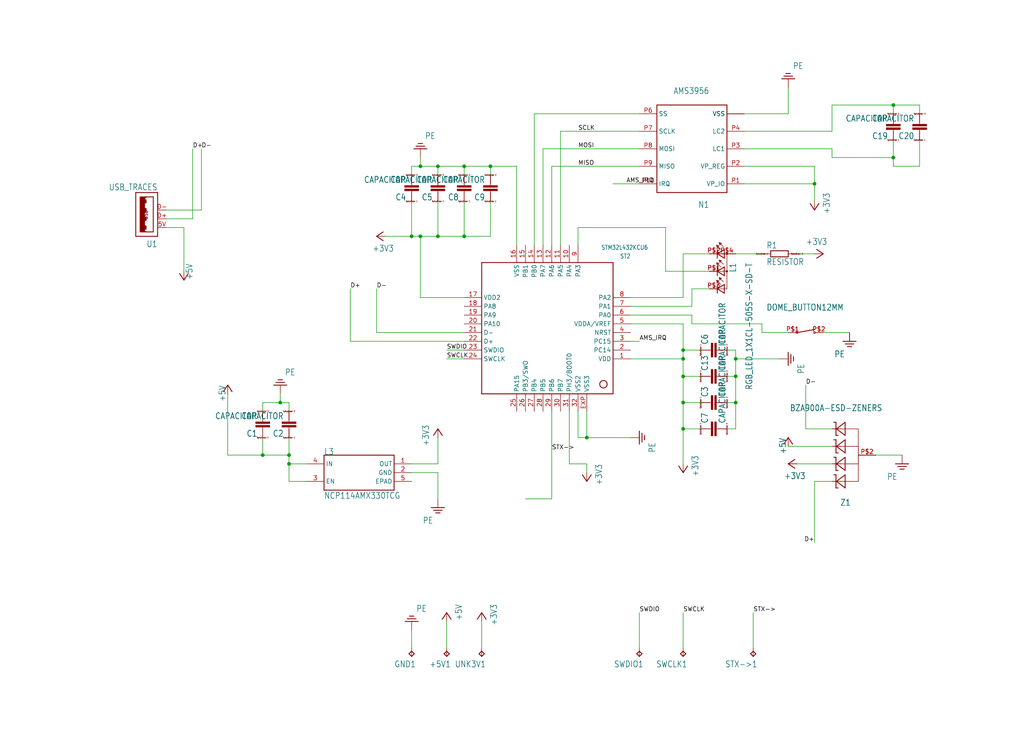
<source format=kicad_sch>
(kicad_sch (version 20230121) (generator eeschema)

  (uuid bdf81f25-e424-4337-b8ca-50032391a461)

  (paper "User" 297.002 214.452)

  (lib_symbols
    (symbol "USB-A-eagle-import:+3V3" (power) (in_bom yes) (on_board yes)
      (property "Reference" "#+3V3" (at 0 0 0)
        (effects (font (size 1.27 1.27)) hide)
      )
      (property "Value" "+3V3" (at -2.54 -5.08 90)
        (effects (font (size 1.778 1.5113)) (justify left bottom))
      )
      (property "Footprint" "" (at 0 0 0)
        (effects (font (size 1.27 1.27)) hide)
      )
      (property "Datasheet" "" (at 0 0 0)
        (effects (font (size 1.27 1.27)) hide)
      )
      (property "ki_locked" "" (at 0 0 0)
        (effects (font (size 1.27 1.27)))
      )
      (symbol "+3V3_1_0"
        (polyline
          (pts
            (xy 0 0)
            (xy -1.27 -1.905)
          )
          (stroke (width 0.254) (type solid))
          (fill (type none))
        )
        (polyline
          (pts
            (xy 1.27 -1.905)
            (xy 0 0)
          )
          (stroke (width 0.254) (type solid))
          (fill (type none))
        )
        (pin power_in line (at 0 -2.54 90) (length 2.54)
          (name "+3V3" (effects (font (size 0 0))))
          (number "1" (effects (font (size 0 0))))
        )
      )
    )
    (symbol "USB-A-eagle-import:+5V" (power) (in_bom yes) (on_board yes)
      (property "Reference" "#P+" (at 0 0 0)
        (effects (font (size 1.27 1.27)) hide)
      )
      (property "Value" "+5V" (at -2.54 -5.08 90)
        (effects (font (size 1.778 1.5113)) (justify left bottom))
      )
      (property "Footprint" "" (at 0 0 0)
        (effects (font (size 1.27 1.27)) hide)
      )
      (property "Datasheet" "" (at 0 0 0)
        (effects (font (size 1.27 1.27)) hide)
      )
      (property "ki_locked" "" (at 0 0 0)
        (effects (font (size 1.27 1.27)))
      )
      (symbol "+5V_1_0"
        (polyline
          (pts
            (xy 0 0)
            (xy -1.27 -1.905)
          )
          (stroke (width 0.254) (type solid))
          (fill (type none))
        )
        (polyline
          (pts
            (xy 1.27 -1.905)
            (xy 0 0)
          )
          (stroke (width 0.254) (type solid))
          (fill (type none))
        )
        (pin power_in line (at 0 -2.54 90) (length 2.54)
          (name "+5V" (effects (font (size 0 0))))
          (number "1" (effects (font (size 0 0))))
        )
      )
    )
    (symbol "USB-A-eagle-import:AMS3956" (in_bom yes) (on_board yes)
      (property "Reference" "N" (at -5.08 15.24 0)
        (effects (font (size 1.778 1.5113)) (justify left bottom))
      )
      (property "Value" "" (at -5.08 -17.78 0)
        (effects (font (size 1.778 1.5113)) (justify left bottom))
      )
      (property "Footprint" "USB-A:MLPD3X3" (at 0 0 0)
        (effects (font (size 1.27 1.27)) hide)
      )
      (property "Datasheet" "" (at 0 0 0)
        (effects (font (size 1.27 1.27)) hide)
      )
      (property "ki_locked" "" (at 0 0 0)
        (effects (font (size 1.27 1.27)))
      )
      (symbol "AMS3956_1_0"
        (polyline
          (pts
            (xy -10.16 -12.7)
            (xy -10.16 12.7)
          )
          (stroke (width 0.254) (type solid))
          (fill (type none))
        )
        (polyline
          (pts
            (xy -10.16 12.7)
            (xy 10.16 12.7)
          )
          (stroke (width 0.254) (type solid))
          (fill (type none))
        )
        (polyline
          (pts
            (xy 10.16 -12.7)
            (xy -10.16 -12.7)
          )
          (stroke (width 0.254) (type solid))
          (fill (type none))
        )
        (polyline
          (pts
            (xy 10.16 12.7)
            (xy 10.16 -12.7)
          )
          (stroke (width 0.254) (type solid))
          (fill (type none))
        )
        (pin bidirectional line (at -15.24 -10.16 0) (length 5.08)
          (name "VSS" (effects (font (size 1.27 1.27))))
          (number "P$11" (effects (font (size 0 0))))
        )
        (pin bidirectional line (at -15.24 10.16 0) (length 5.08)
          (name "VP_IO" (effects (font (size 1.27 1.27))))
          (number "P1" (effects (font (size 1.27 1.27))))
        )
        (pin bidirectional line (at 15.24 10.16 180) (length 5.08)
          (name "IRQ" (effects (font (size 1.27 1.27))))
          (number "P10" (effects (font (size 1.27 1.27))))
        )
        (pin bidirectional line (at -15.24 5.08 0) (length 5.08)
          (name "VP_REG" (effects (font (size 1.27 1.27))))
          (number "P2" (effects (font (size 1.27 1.27))))
        )
        (pin bidirectional line (at -15.24 0 0) (length 5.08)
          (name "LC1" (effects (font (size 1.27 1.27))))
          (number "P3" (effects (font (size 1.27 1.27))))
        )
        (pin bidirectional line (at -15.24 -5.08 0) (length 5.08)
          (name "LC2" (effects (font (size 1.27 1.27))))
          (number "P4" (effects (font (size 1.27 1.27))))
        )
        (pin bidirectional line (at -15.24 -10.16 0) (length 5.08)
          (name "VSS" (effects (font (size 1.27 1.27))))
          (number "P5" (effects (font (size 0 0))))
        )
        (pin bidirectional line (at 15.24 -10.16 180) (length 5.08)
          (name "SS" (effects (font (size 1.27 1.27))))
          (number "P6" (effects (font (size 1.27 1.27))))
        )
        (pin bidirectional line (at 15.24 -5.08 180) (length 5.08)
          (name "SCLK" (effects (font (size 1.27 1.27))))
          (number "P7" (effects (font (size 1.27 1.27))))
        )
        (pin bidirectional line (at 15.24 0 180) (length 5.08)
          (name "MOSI" (effects (font (size 1.27 1.27))))
          (number "P8" (effects (font (size 1.27 1.27))))
        )
        (pin bidirectional line (at 15.24 5.08 180) (length 5.08)
          (name "MISO" (effects (font (size 1.27 1.27))))
          (number "P9" (effects (font (size 1.27 1.27))))
        )
      )
    )
    (symbol "USB-A-eagle-import:BZA900A-ESD-ZENERS" (in_bom yes) (on_board yes)
      (property "Reference" "Z" (at -2.9464 15.3416 0)
        (effects (font (size 1.778 1.5113)) (justify left bottom))
      )
      (property "Value" "" (at -4.4704 -12.1158 0)
        (effects (font (size 1.778 1.5113)) (justify left bottom))
      )
      (property "Footprint" "USB-A:BZA900A" (at 0 0 0)
        (effects (font (size 1.27 1.27)) hide)
      )
      (property "Datasheet" "" (at 0 0 0)
        (effects (font (size 1.27 1.27)) hide)
      )
      (property "ki_locked" "" (at 0 0 0)
        (effects (font (size 1.27 1.27)))
      )
      (symbol "BZA900A-ESD-ZENERS_1_0"
        (polyline
          (pts
            (xy -5.08 -5.08)
            (xy -2.54 -5.08)
          )
          (stroke (width 0.1524) (type solid))
          (fill (type none))
        )
        (polyline
          (pts
            (xy -5.08 0)
            (xy -5.08 -5.08)
          )
          (stroke (width 0.1524) (type solid))
          (fill (type none))
        )
        (polyline
          (pts
            (xy -5.08 0)
            (xy -5.08 5.08)
          )
          (stroke (width 0.1524) (type solid))
          (fill (type none))
        )
        (polyline
          (pts
            (xy -5.08 5.08)
            (xy -2.54 5.08)
          )
          (stroke (width 0.1524) (type solid))
          (fill (type none))
        )
        (polyline
          (pts
            (xy -5.08 10.16)
            (xy -5.08 0)
          )
          (stroke (width 0.1524) (type solid))
          (fill (type none))
        )
        (polyline
          (pts
            (xy -2.54 0)
            (xy -5.08 0)
          )
          (stroke (width 0.1524) (type solid))
          (fill (type none))
        )
        (polyline
          (pts
            (xy -2.54 10.16)
            (xy -5.08 10.16)
          )
          (stroke (width 0.1524) (type solid))
          (fill (type none))
        )
        (polyline
          (pts
            (xy -1.27 -6.985)
            (xy 1.27 -5.08)
          )
          (stroke (width 0.254) (type solid))
          (fill (type none))
        )
        (polyline
          (pts
            (xy -1.27 -3.175)
            (xy -1.27 -6.985)
          )
          (stroke (width 0.254) (type solid))
          (fill (type none))
        )
        (polyline
          (pts
            (xy -1.27 -1.905)
            (xy 1.27 0)
          )
          (stroke (width 0.254) (type solid))
          (fill (type none))
        )
        (polyline
          (pts
            (xy -1.27 1.905)
            (xy -1.27 -1.905)
          )
          (stroke (width 0.254) (type solid))
          (fill (type none))
        )
        (polyline
          (pts
            (xy -1.27 3.175)
            (xy 1.27 5.08)
          )
          (stroke (width 0.254) (type solid))
          (fill (type none))
        )
        (polyline
          (pts
            (xy -1.27 6.985)
            (xy -1.27 3.175)
          )
          (stroke (width 0.254) (type solid))
          (fill (type none))
        )
        (polyline
          (pts
            (xy -1.27 8.255)
            (xy 1.27 10.16)
          )
          (stroke (width 0.254) (type solid))
          (fill (type none))
        )
        (polyline
          (pts
            (xy -1.27 12.065)
            (xy -1.27 8.255)
          )
          (stroke (width 0.254) (type solid))
          (fill (type none))
        )
        (polyline
          (pts
            (xy 0 -5.08)
            (xy -2.54 -5.08)
          )
          (stroke (width 0.1524) (type solid))
          (fill (type none))
        )
        (polyline
          (pts
            (xy 0 0)
            (xy -2.54 0)
          )
          (stroke (width 0.1524) (type solid))
          (fill (type none))
        )
        (polyline
          (pts
            (xy 0 5.08)
            (xy -2.54 5.08)
          )
          (stroke (width 0.1524) (type solid))
          (fill (type none))
        )
        (polyline
          (pts
            (xy 0 10.16)
            (xy -2.54 10.16)
          )
          (stroke (width 0.1524) (type solid))
          (fill (type none))
        )
        (polyline
          (pts
            (xy 1.27 -5.08)
            (xy -1.27 -3.175)
          )
          (stroke (width 0.254) (type solid))
          (fill (type none))
        )
        (polyline
          (pts
            (xy 1.27 0)
            (xy -1.27 1.905)
          )
          (stroke (width 0.254) (type solid))
          (fill (type none))
        )
        (polyline
          (pts
            (xy 1.27 5.08)
            (xy -1.27 6.985)
          )
          (stroke (width 0.254) (type solid))
          (fill (type none))
        )
        (polyline
          (pts
            (xy 1.27 10.16)
            (xy -1.27 12.065)
          )
          (stroke (width 0.254) (type solid))
          (fill (type none))
        )
        (polyline
          (pts
            (xy 1.397 -6.985)
            (xy 2.032 -6.985)
          )
          (stroke (width 0.254) (type solid))
          (fill (type none))
        )
        (polyline
          (pts
            (xy 1.397 -3.175)
            (xy 0.762 -3.175)
          )
          (stroke (width 0.254) (type solid))
          (fill (type none))
        )
        (polyline
          (pts
            (xy 1.397 -3.175)
            (xy 1.397 -6.985)
          )
          (stroke (width 0.254) (type solid))
          (fill (type none))
        )
        (polyline
          (pts
            (xy 1.397 -1.905)
            (xy 2.032 -1.905)
          )
          (stroke (width 0.254) (type solid))
          (fill (type none))
        )
        (polyline
          (pts
            (xy 1.397 1.905)
            (xy 0.762 1.905)
          )
          (stroke (width 0.254) (type solid))
          (fill (type none))
        )
        (polyline
          (pts
            (xy 1.397 1.905)
            (xy 1.397 -1.905)
          )
          (stroke (width 0.254) (type solid))
          (fill (type none))
        )
        (polyline
          (pts
            (xy 1.397 3.175)
            (xy 2.032 3.175)
          )
          (stroke (width 0.254) (type solid))
          (fill (type none))
        )
        (polyline
          (pts
            (xy 1.397 6.985)
            (xy 0.762 6.985)
          )
          (stroke (width 0.254) (type solid))
          (fill (type none))
        )
        (polyline
          (pts
            (xy 1.397 6.985)
            (xy 1.397 3.175)
          )
          (stroke (width 0.254) (type solid))
          (fill (type none))
        )
        (polyline
          (pts
            (xy 1.397 8.255)
            (xy 2.032 8.255)
          )
          (stroke (width 0.254) (type solid))
          (fill (type none))
        )
        (polyline
          (pts
            (xy 1.397 12.065)
            (xy 0.762 12.065)
          )
          (stroke (width 0.254) (type solid))
          (fill (type none))
        )
        (polyline
          (pts
            (xy 1.397 12.065)
            (xy 1.397 8.255)
          )
          (stroke (width 0.254) (type solid))
          (fill (type none))
        )
        (pin passive line (at 2.54 0 180) (length 2.54)
          (name "C" (effects (font (size 0 0))))
          (number "P$1" (effects (font (size 0 0))))
        )
        (pin bidirectional line (at -10.16 2.54 0) (length 5.08)
          (name "P$1" (effects (font (size 0 0))))
          (number "P$2" (effects (font (size 1.27 1.27))))
        )
        (pin passive line (at 2.54 10.16 180) (length 2.54)
          (name "C3" (effects (font (size 0 0))))
          (number "P$3" (effects (font (size 0 0))))
        )
        (pin passive line (at 2.54 -5.08 180) (length 2.54)
          (name "C2" (effects (font (size 0 0))))
          (number "P$4" (effects (font (size 0 0))))
        )
        (pin passive line (at 2.54 5.08 180) (length 2.54)
          (name "C1" (effects (font (size 0 0))))
          (number "P$5" (effects (font (size 0 0))))
        )
      )
    )
    (symbol "USB-A-eagle-import:CAPACITOR" (in_bom yes) (on_board yes)
      (property "Reference" "C" (at 1.524 0.381 0)
        (effects (font (size 1.778 1.5113)) (justify left bottom))
      )
      (property "Value" "" (at 1.524 -4.699 0)
        (effects (font (size 1.778 1.5113)) (justify left bottom))
      )
      (property "Footprint" "USB-A:C0402" (at 0 0 0)
        (effects (font (size 1.27 1.27)) hide)
      )
      (property "Datasheet" "" (at 0 0 0)
        (effects (font (size 1.27 1.27)) hide)
      )
      (property "ki_locked" "" (at 0 0 0)
        (effects (font (size 1.27 1.27)))
      )
      (symbol "CAPACITOR_1_0"
        (rectangle (start -2.032 -2.032) (end 2.032 -1.524)
          (stroke (width 0) (type default))
          (fill (type outline))
        )
        (rectangle (start -2.032 -1.016) (end 2.032 -0.508)
          (stroke (width 0) (type default))
          (fill (type outline))
        )
        (polyline
          (pts
            (xy 0 -2.54)
            (xy 0 -2.032)
          )
          (stroke (width 0.1524) (type solid))
          (fill (type none))
        )
        (polyline
          (pts
            (xy 0 0)
            (xy 0 -0.508)
          )
          (stroke (width 0.1524) (type solid))
          (fill (type none))
        )
        (text "SpiceOrder 1" (at 0 2.54 0)
          (effects (font (size 0.4064 0.3454)))
        )
        (text "SpiceOrder 2" (at 0 -5.08 0)
          (effects (font (size 0.4064 0.3454)))
        )
        (pin passive line (at 0 2.54 270) (length 2.54)
          (name "1" (effects (font (size 0 0))))
          (number "1" (effects (font (size 0 0))))
        )
        (pin passive line (at 0 -5.08 90) (length 2.54)
          (name "2" (effects (font (size 0 0))))
          (number "2" (effects (font (size 0 0))))
        )
      )
    )
    (symbol "USB-A-eagle-import:DOME_BUTTON12MM" (in_bom yes) (on_board yes)
      (property "Reference" "" (at -3.81 2.54 0)
        (effects (font (size 1.778 1.5113)) (justify left bottom) hide)
      )
      (property "Value" "" (at -3.81 -3.81 0)
        (effects (font (size 1.778 1.5113)) (justify left bottom))
      )
      (property "Footprint" "USB-A:DOME-BL-12MM" (at 0 0 0)
        (effects (font (size 1.27 1.27)) hide)
      )
      (property "Datasheet" "" (at 0 0 0)
        (effects (font (size 1.27 1.27)) hide)
      )
      (property "ki_locked" "" (at 0 0 0)
        (effects (font (size 1.27 1.27)))
      )
      (symbol "DOME_BUTTON12MM_1_0"
        (circle (center -2.54 0) (radius 0.2839)
          (stroke (width 0) (type solid))
          (fill (type none))
        )
        (polyline
          (pts
            (xy -2.54 0)
            (xy 2.54 0.889)
          )
          (stroke (width 0.254) (type solid))
          (fill (type none))
        )
        (circle (center 2.54 0) (radius 0.2839)
          (stroke (width 0) (type solid))
          (fill (type none))
        )
        (pin passive line (at -5.08 0 0) (length 2.54)
          (name "1" (effects (font (size 0 0))))
          (number "P$1" (effects (font (size 1.27 1.27))))
        )
        (pin passive line (at 5.08 0 180) (length 2.54)
          (name "2" (effects (font (size 0 0))))
          (number "P$2" (effects (font (size 1.27 1.27))))
        )
      )
    )
    (symbol "USB-A-eagle-import:NCP114AMX330TCG" (in_bom yes) (on_board yes)
      (property "Reference" "L" (at -10.1869 5.0934 0)
        (effects (font (size 1.7827 1.5152)) (justify left bottom))
      )
      (property "Value" "" (at -10.1915 -7.6436 0)
        (effects (font (size 1.7835 1.5159)) (justify left bottom))
      )
      (property "Footprint" "USB-A:REG_NCP114AMX330TCG" (at 0 0 0)
        (effects (font (size 1.27 1.27)) hide)
      )
      (property "Datasheet" "" (at 0 0 0)
        (effects (font (size 1.27 1.27)) hide)
      )
      (property "ki_locked" "" (at 0 0 0)
        (effects (font (size 1.27 1.27)))
      )
      (symbol "NCP114AMX330TCG_1_0"
        (polyline
          (pts
            (xy -10.16 -5.08)
            (xy -10.16 5.08)
          )
          (stroke (width 0.254) (type solid))
          (fill (type none))
        )
        (polyline
          (pts
            (xy -10.16 5.08)
            (xy 10.16 5.08)
          )
          (stroke (width 0.254) (type solid))
          (fill (type none))
        )
        (polyline
          (pts
            (xy 10.16 -5.08)
            (xy -10.16 -5.08)
          )
          (stroke (width 0.254) (type solid))
          (fill (type none))
        )
        (polyline
          (pts
            (xy 10.16 5.08)
            (xy 10.16 -5.08)
          )
          (stroke (width 0.254) (type solid))
          (fill (type none))
        )
        (pin output line (at 15.24 2.54 180) (length 5.08)
          (name "OUT" (effects (font (size 1.27 1.27))))
          (number "1" (effects (font (size 1.27 1.27))))
        )
        (pin power_in line (at 15.24 0 180) (length 5.08)
          (name "GND" (effects (font (size 1.27 1.27))))
          (number "2" (effects (font (size 1.27 1.27))))
        )
        (pin input line (at -15.24 -2.54 0) (length 5.08)
          (name "EN" (effects (font (size 1.27 1.27))))
          (number "3" (effects (font (size 1.27 1.27))))
        )
        (pin input line (at -15.24 2.54 0) (length 5.08)
          (name "IN" (effects (font (size 1.27 1.27))))
          (number "4" (effects (font (size 1.27 1.27))))
        )
        (pin passive line (at 15.24 -2.54 180) (length 5.08)
          (name "EPAD" (effects (font (size 1.27 1.27))))
          (number "5" (effects (font (size 1.27 1.27))))
        )
      )
    )
    (symbol "USB-A-eagle-import:PE" (power) (in_bom yes) (on_board yes)
      (property "Reference" "#SUPPLY" (at 0 0 0)
        (effects (font (size 1.27 1.27)) hide)
      )
      (property "Value" "PE" (at -4.445 -4.699 0)
        (effects (font (size 1.778 1.5113)) (justify left bottom))
      )
      (property "Footprint" "" (at 0 0 0)
        (effects (font (size 1.27 1.27)) hide)
      )
      (property "Datasheet" "" (at 0 0 0)
        (effects (font (size 1.27 1.27)) hide)
      )
      (property "ki_locked" "" (at 0 0 0)
        (effects (font (size 1.27 1.27)))
      )
      (symbol "PE_1_0"
        (polyline
          (pts
            (xy -1.905 0)
            (xy 1.905 0)
          )
          (stroke (width 0.254) (type solid))
          (fill (type none))
        )
        (polyline
          (pts
            (xy -1.27 -0.762)
            (xy 1.27 -0.762)
          )
          (stroke (width 0.254) (type solid))
          (fill (type none))
        )
        (polyline
          (pts
            (xy -0.635 -1.524)
            (xy 0.635 -1.524)
          )
          (stroke (width 0.254) (type solid))
          (fill (type none))
        )
        (pin power_in line (at 0 2.54 270) (length 2.54)
          (name "PE" (effects (font (size 0 0))))
          (number "1" (effects (font (size 0 0))))
        )
      )
    )
    (symbol "USB-A-eagle-import:RESISTOR" (in_bom yes) (on_board yes)
      (property "Reference" "R" (at -3.81 1.4986 0)
        (effects (font (size 1.778 1.5113)) (justify left bottom))
      )
      (property "Value" "" (at -3.81 -3.302 0)
        (effects (font (size 1.778 1.5113)) (justify left bottom))
      )
      (property "Footprint" "USB-A:R0402" (at 0 0 0)
        (effects (font (size 1.27 1.27)) hide)
      )
      (property "Datasheet" "" (at 0 0 0)
        (effects (font (size 1.27 1.27)) hide)
      )
      (property "ki_locked" "" (at 0 0 0)
        (effects (font (size 1.27 1.27)))
      )
      (symbol "RESISTOR_1_0"
        (polyline
          (pts
            (xy -2.54 -0.889)
            (xy -2.54 0.889)
          )
          (stroke (width 0.254) (type solid))
          (fill (type none))
        )
        (polyline
          (pts
            (xy -2.54 -0.889)
            (xy 2.54 -0.889)
          )
          (stroke (width 0.254) (type solid))
          (fill (type none))
        )
        (polyline
          (pts
            (xy 2.54 -0.889)
            (xy 2.54 0.889)
          )
          (stroke (width 0.254) (type solid))
          (fill (type none))
        )
        (polyline
          (pts
            (xy 2.54 0.889)
            (xy -2.54 0.889)
          )
          (stroke (width 0.254) (type solid))
          (fill (type none))
        )
        (text "SpiceOrder 1" (at -5.08 0 0)
          (effects (font (size 0.4064 0.3454)))
        )
        (text "SpiceOrder 2" (at 5.08 0 0)
          (effects (font (size 0.4064 0.3454)))
        )
        (pin passive line (at -5.08 0 0) (length 2.54)
          (name "1" (effects (font (size 0 0))))
          (number "1" (effects (font (size 0 0))))
        )
        (pin passive line (at 5.08 0 180) (length 2.54)
          (name "2" (effects (font (size 0 0))))
          (number "2" (effects (font (size 0 0))))
        )
      )
    )
    (symbol "USB-A-eagle-import:RGB_LED_1X1CL-505S-X-SD-T" (in_bom yes) (on_board yes)
      (property "Reference" "L" (at -2.54 3.302 0)
        (effects (font (size 1.778 1.5113)) (justify left bottom))
      )
      (property "Value" "" (at -2.54 5.461 0)
        (effects (font (size 1.778 1.5113)) (justify left bottom))
      )
      (property "Footprint" "USB-A:CL-505S-X-SD-T" (at 0 0 0)
        (effects (font (size 1.27 1.27)) hide)
      )
      (property "Datasheet" "" (at 0 0 0)
        (effects (font (size 1.27 1.27)) hide)
      )
      (property "ki_locked" "" (at 0 0 0)
        (effects (font (size 1.27 1.27)))
      )
      (symbol "RGB_LED_1X1CL-505S-X-SD-T_1_0"
        (circle (center -5.08 2.54) (radius 0.1796)
          (stroke (width 0.254) (type solid))
          (fill (type none))
        )
        (polyline
          (pts
            (xy -7.112 1.524)
            (xy -8.001 0.635)
          )
          (stroke (width 0.1524) (type solid))
          (fill (type none))
        )
        (polyline
          (pts
            (xy -6.35 0.762)
            (xy -7.239 -0.127)
          )
          (stroke (width 0.1524) (type solid))
          (fill (type none))
        )
        (polyline
          (pts
            (xy -5.08 -0.254)
            (xy -6.35 -0.254)
          )
          (stroke (width 0.254) (type solid))
          (fill (type none))
        )
        (polyline
          (pts
            (xy -5.08 -0.254)
            (xy -6.35 1.778)
          )
          (stroke (width 0.254) (type solid))
          (fill (type none))
        )
        (polyline
          (pts
            (xy -5.08 2.54)
            (xy 0 2.54)
          )
          (stroke (width 0.1524) (type solid))
          (fill (type none))
        )
        (polyline
          (pts
            (xy -3.81 -0.254)
            (xy -5.08 -0.254)
          )
          (stroke (width 0.254) (type solid))
          (fill (type none))
        )
        (polyline
          (pts
            (xy -3.81 1.778)
            (xy -6.35 1.778)
          )
          (stroke (width 0.254) (type solid))
          (fill (type none))
        )
        (polyline
          (pts
            (xy -3.81 1.778)
            (xy -5.08 -0.254)
          )
          (stroke (width 0.254) (type solid))
          (fill (type none))
        )
        (polyline
          (pts
            (xy -2.032 1.524)
            (xy -2.921 0.635)
          )
          (stroke (width 0.1524) (type solid))
          (fill (type none))
        )
        (polyline
          (pts
            (xy -1.27 0.762)
            (xy -2.159 -0.127)
          )
          (stroke (width 0.1524) (type solid))
          (fill (type none))
        )
        (polyline
          (pts
            (xy 0 -0.254)
            (xy -1.27 -0.254)
          )
          (stroke (width 0.254) (type solid))
          (fill (type none))
        )
        (polyline
          (pts
            (xy 0 -0.254)
            (xy -1.27 1.778)
          )
          (stroke (width 0.254) (type solid))
          (fill (type none))
        )
        (polyline
          (pts
            (xy 0 2.54)
            (xy 0 0)
          )
          (stroke (width 0.1524) (type solid))
          (fill (type none))
        )
        (polyline
          (pts
            (xy 0 2.54)
            (xy 5.08 2.54)
          )
          (stroke (width 0.1524) (type solid))
          (fill (type none))
        )
        (polyline
          (pts
            (xy 1.27 -0.254)
            (xy 0 -0.254)
          )
          (stroke (width 0.254) (type solid))
          (fill (type none))
        )
        (polyline
          (pts
            (xy 1.27 1.778)
            (xy -1.27 1.778)
          )
          (stroke (width 0.254) (type solid))
          (fill (type none))
        )
        (polyline
          (pts
            (xy 1.27 1.778)
            (xy 0 -0.254)
          )
          (stroke (width 0.254) (type solid))
          (fill (type none))
        )
        (polyline
          (pts
            (xy 3.048 1.524)
            (xy 2.159 0.635)
          )
          (stroke (width 0.1524) (type solid))
          (fill (type none))
        )
        (polyline
          (pts
            (xy 3.81 0.762)
            (xy 2.921 -0.127)
          )
          (stroke (width 0.1524) (type solid))
          (fill (type none))
        )
        (polyline
          (pts
            (xy 5.08 -0.254)
            (xy 3.81 -0.254)
          )
          (stroke (width 0.254) (type solid))
          (fill (type none))
        )
        (polyline
          (pts
            (xy 5.08 -0.254)
            (xy 3.81 1.778)
          )
          (stroke (width 0.254) (type solid))
          (fill (type none))
        )
        (polyline
          (pts
            (xy 5.08 2.54)
            (xy 5.08 0)
          )
          (stroke (width 0.1524) (type solid))
          (fill (type none))
        )
        (polyline
          (pts
            (xy 6.35 -0.254)
            (xy 5.08 -0.254)
          )
          (stroke (width 0.254) (type solid))
          (fill (type none))
        )
        (polyline
          (pts
            (xy 6.35 1.778)
            (xy 3.81 1.778)
          )
          (stroke (width 0.254) (type solid))
          (fill (type none))
        )
        (polyline
          (pts
            (xy 6.35 1.778)
            (xy 5.08 -0.254)
          )
          (stroke (width 0.254) (type solid))
          (fill (type none))
        )
        (polyline
          (pts
            (xy -8.128 1.016)
            (xy -8.382 0.254)
            (xy -7.62 0.508)
          )
          (stroke (width 0.1524) (type solid))
          (fill (type outline))
        )
        (polyline
          (pts
            (xy -7.366 0.254)
            (xy -7.62 -0.508)
            (xy -6.858 -0.254)
          )
          (stroke (width 0.1524) (type solid))
          (fill (type outline))
        )
        (polyline
          (pts
            (xy -3.048 1.016)
            (xy -3.302 0.254)
            (xy -2.54 0.508)
          )
          (stroke (width 0.1524) (type solid))
          (fill (type outline))
        )
        (polyline
          (pts
            (xy -2.286 0.254)
            (xy -2.54 -0.508)
            (xy -1.778 -0.254)
          )
          (stroke (width 0.1524) (type solid))
          (fill (type outline))
        )
        (polyline
          (pts
            (xy 2.032 1.016)
            (xy 1.778 0.254)
            (xy 2.54 0.508)
          )
          (stroke (width 0.1524) (type solid))
          (fill (type outline))
        )
        (polyline
          (pts
            (xy 2.794 0.254)
            (xy 2.54 -0.508)
            (xy 3.302 -0.254)
          )
          (stroke (width 0.1524) (type solid))
          (fill (type outline))
        )
        (circle (center 0 2.54) (radius 0.1796)
          (stroke (width 0.254) (type solid))
          (fill (type none))
        )
        (pin passive line (at 0 -2.54 90) (length 2.54)
          (name "CBLUE" (effects (font (size 0 0))))
          (number "P$1" (effects (font (size 1.27 1.27))))
        )
        (pin passive line (at -5.08 -2.54 90) (length 2.54)
          (name "CRED" (effects (font (size 0 0))))
          (number "P$2" (effects (font (size 1.27 1.27))))
        )
        (pin passive line (at 5.08 -2.54 90) (length 2.54)
          (name "CGREEN" (effects (font (size 0 0))))
          (number "P$3" (effects (font (size 1.27 1.27))))
        )
        (pin passive line (at -5.08 5.08 270) (length 5.08)
          (name "A2" (effects (font (size 0 0))))
          (number "P$4" (effects (font (size 1.27 1.27))))
        )
      )
    )
    (symbol "USB-A-eagle-import:STM32L432KCU6" (in_bom yes) (on_board yes)
      (property "Reference" "ST" (at -7.62 30.48 0)
        (effects (font (size 1.27 1.0795)) (justify left bottom))
      )
      (property "Value" "" (at -7.62 -27.94 0)
        (effects (font (size 1.27 1.0795)) (justify left bottom))
      )
      (property "Footprint" "USB-A:QFN32" (at 0 0 0)
        (effects (font (size 1.27 1.27)) hide)
      )
      (property "Datasheet" "" (at 0 0 0)
        (effects (font (size 1.27 1.27)) hide)
      )
      (property "ki_locked" "" (at 0 0 0)
        (effects (font (size 1.27 1.27)))
      )
      (symbol "STM32L432KCU6_1_0"
        (circle (center -20.066 17.526) (radius 1.0776)
          (stroke (width 0.254) (type solid))
          (fill (type none))
        )
        (polyline
          (pts
            (xy -22.86 -17.78)
            (xy -22.86 20.32)
          )
          (stroke (width 0.254) (type solid))
          (fill (type none))
        )
        (polyline
          (pts
            (xy -22.86 20.32)
            (xy 15.24 20.32)
          )
          (stroke (width 0.254) (type solid))
          (fill (type none))
        )
        (polyline
          (pts
            (xy 15.24 -17.78)
            (xy -22.86 -17.78)
          )
          (stroke (width 0.254) (type solid))
          (fill (type none))
        )
        (polyline
          (pts
            (xy 15.24 -7.62)
            (xy 15.24 -17.78)
          )
          (stroke (width 0.254) (type solid))
          (fill (type none))
        )
        (polyline
          (pts
            (xy 15.24 20.32)
            (xy 15.24 -7.62)
          )
          (stroke (width 0.254) (type solid))
          (fill (type none))
        )
        (pin bidirectional line (at -27.94 10.16 0) (length 5.08)
          (name "VDD" (effects (font (size 1.27 1.27))))
          (number "1" (effects (font (size 1.27 1.27))))
        )
        (pin bidirectional line (at -10.16 -22.86 90) (length 5.08)
          (name "PA4" (effects (font (size 1.27 1.27))))
          (number "10" (effects (font (size 1.27 1.27))))
        )
        (pin bidirectional line (at -7.62 -22.86 90) (length 5.08)
          (name "PA5" (effects (font (size 1.27 1.27))))
          (number "11" (effects (font (size 1.27 1.27))))
        )
        (pin bidirectional line (at -5.08 -22.86 90) (length 5.08)
          (name "PA6" (effects (font (size 1.27 1.27))))
          (number "12" (effects (font (size 1.27 1.27))))
        )
        (pin bidirectional line (at -2.54 -22.86 90) (length 5.08)
          (name "PA7" (effects (font (size 1.27 1.27))))
          (number "13" (effects (font (size 1.27 1.27))))
        )
        (pin bidirectional line (at 0 -22.86 90) (length 5.08)
          (name "PB0" (effects (font (size 1.27 1.27))))
          (number "14" (effects (font (size 1.27 1.27))))
        )
        (pin bidirectional line (at 2.54 -22.86 90) (length 5.08)
          (name "PB1" (effects (font (size 1.27 1.27))))
          (number "15" (effects (font (size 1.27 1.27))))
        )
        (pin bidirectional line (at 5.08 -22.86 90) (length 5.08)
          (name "VSS" (effects (font (size 1.27 1.27))))
          (number "16" (effects (font (size 1.27 1.27))))
        )
        (pin bidirectional line (at 20.32 -7.62 180) (length 5.08)
          (name "VDD2" (effects (font (size 1.27 1.27))))
          (number "17" (effects (font (size 1.27 1.27))))
        )
        (pin bidirectional line (at 20.32 -5.08 180) (length 5.08)
          (name "PA8" (effects (font (size 1.27 1.27))))
          (number "18" (effects (font (size 1.27 1.27))))
        )
        (pin bidirectional line (at 20.32 -2.54 180) (length 5.08)
          (name "PA9" (effects (font (size 1.27 1.27))))
          (number "19" (effects (font (size 1.27 1.27))))
        )
        (pin bidirectional line (at -27.94 7.62 0) (length 5.08)
          (name "PC14" (effects (font (size 1.27 1.27))))
          (number "2" (effects (font (size 1.27 1.27))))
        )
        (pin bidirectional line (at 20.32 0 180) (length 5.08)
          (name "PA10" (effects (font (size 1.27 1.27))))
          (number "20" (effects (font (size 1.27 1.27))))
        )
        (pin bidirectional line (at 20.32 2.54 180) (length 5.08)
          (name "D-" (effects (font (size 1.27 1.27))))
          (number "21" (effects (font (size 1.27 1.27))))
        )
        (pin bidirectional line (at 20.32 5.08 180) (length 5.08)
          (name "D+" (effects (font (size 1.27 1.27))))
          (number "22" (effects (font (size 1.27 1.27))))
        )
        (pin bidirectional line (at 20.32 7.62 180) (length 5.08)
          (name "SWDIO" (effects (font (size 1.27 1.27))))
          (number "23" (effects (font (size 1.27 1.27))))
        )
        (pin bidirectional line (at 20.32 10.16 180) (length 5.08)
          (name "SWCLK" (effects (font (size 1.27 1.27))))
          (number "24" (effects (font (size 1.27 1.27))))
        )
        (pin bidirectional line (at 5.08 25.4 270) (length 5.08)
          (name "PA15" (effects (font (size 1.27 1.27))))
          (number "25" (effects (font (size 1.27 1.27))))
        )
        (pin bidirectional line (at 2.54 25.4 270) (length 5.08)
          (name "PB3/SWO" (effects (font (size 1.27 1.27))))
          (number "26" (effects (font (size 1.27 1.27))))
        )
        (pin bidirectional line (at 0 25.4 270) (length 5.08)
          (name "PB4" (effects (font (size 1.27 1.27))))
          (number "27" (effects (font (size 1.27 1.27))))
        )
        (pin bidirectional line (at -2.54 25.4 270) (length 5.08)
          (name "PB5" (effects (font (size 1.27 1.27))))
          (number "28" (effects (font (size 1.27 1.27))))
        )
        (pin bidirectional line (at -5.08 25.4 270) (length 5.08)
          (name "PB6" (effects (font (size 1.27 1.27))))
          (number "29" (effects (font (size 1.27 1.27))))
        )
        (pin bidirectional line (at -27.94 5.08 0) (length 5.08)
          (name "PC15" (effects (font (size 1.27 1.27))))
          (number "3" (effects (font (size 1.27 1.27))))
        )
        (pin bidirectional line (at -7.62 25.4 270) (length 5.08)
          (name "PB7" (effects (font (size 1.27 1.27))))
          (number "30" (effects (font (size 1.27 1.27))))
        )
        (pin bidirectional line (at -10.16 25.4 270) (length 5.08)
          (name "PH3/BOOT0" (effects (font (size 1.27 1.27))))
          (number "31" (effects (font (size 1.27 1.27))))
        )
        (pin bidirectional line (at -12.7 25.4 270) (length 5.08)
          (name "VSS2" (effects (font (size 1.27 1.27))))
          (number "32" (effects (font (size 1.27 1.27))))
        )
        (pin bidirectional line (at -27.94 2.54 0) (length 5.08)
          (name "NRST" (effects (font (size 1.27 1.27))))
          (number "4" (effects (font (size 1.27 1.27))))
        )
        (pin bidirectional line (at -27.94 0 0) (length 5.08)
          (name "VDDA/VREF" (effects (font (size 1.27 1.27))))
          (number "5" (effects (font (size 1.27 1.27))))
        )
        (pin bidirectional line (at -27.94 -2.54 0) (length 5.08)
          (name "PA0" (effects (font (size 1.27 1.27))))
          (number "6" (effects (font (size 1.27 1.27))))
        )
        (pin bidirectional line (at -27.94 -5.08 0) (length 5.08)
          (name "PA1" (effects (font (size 1.27 1.27))))
          (number "7" (effects (font (size 1.27 1.27))))
        )
        (pin bidirectional line (at -27.94 -7.62 0) (length 5.08)
          (name "PA2" (effects (font (size 1.27 1.27))))
          (number "8" (effects (font (size 1.27 1.27))))
        )
        (pin bidirectional line (at -12.7 -22.86 90) (length 5.08)
          (name "PA3" (effects (font (size 1.27 1.27))))
          (number "9" (effects (font (size 1.27 1.27))))
        )
        (pin bidirectional line (at -15.24 25.4 270) (length 5.08)
          (name "VSS3" (effects (font (size 1.27 1.27))))
          (number "EXP" (effects (font (size 1.27 1.27))))
        )
      )
    )
    (symbol "USB-A-eagle-import:TEST_POINT" (in_bom yes) (on_board yes)
      (property "Reference" "T" (at -1.27 1.27 0)
        (effects (font (size 1.778 1.5113)) (justify left bottom))
      )
      (property "Value" "" (at 0 0 0)
        (effects (font (size 1.27 1.27)) hide)
      )
      (property "Footprint" "USB-A:B1,27" (at 0 0 0)
        (effects (font (size 1.27 1.27)) hide)
      )
      (property "Datasheet" "" (at 0 0 0)
        (effects (font (size 1.27 1.27)) hide)
      )
      (property "ki_locked" "" (at 0 0 0)
        (effects (font (size 1.27 1.27)))
      )
      (symbol "TEST_POINT_1_0"
        (polyline
          (pts
            (xy -0.762 -0.762)
            (xy 0 0)
          )
          (stroke (width 0.254) (type solid))
          (fill (type none))
        )
        (polyline
          (pts
            (xy 0 -1.524)
            (xy -0.762 -0.762)
          )
          (stroke (width 0.254) (type solid))
          (fill (type none))
        )
        (polyline
          (pts
            (xy 0 0)
            (xy 0.762 -0.762)
          )
          (stroke (width 0.254) (type solid))
          (fill (type none))
        )
        (polyline
          (pts
            (xy 0.762 -0.762)
            (xy 0 -1.524)
          )
          (stroke (width 0.254) (type solid))
          (fill (type none))
        )
        (pin input line (at 0 -2.54 90) (length 2.54)
          (name "TP" (effects (font (size 0 0))))
          (number "TP" (effects (font (size 0 0))))
        )
      )
    )
    (symbol "USB-A-eagle-import:USB_TRACES" (in_bom yes) (on_board yes)
      (property "Reference" "U" (at -2.54 8.89 0)
        (effects (font (size 1.778 1.5113)) (justify left bottom))
      )
      (property "Value" "" (at -2.54 -7.62 0)
        (effects (font (size 1.778 1.5113)) (justify left bottom))
      )
      (property "Footprint" "USB-A:USB_TRACES" (at 0 0 0)
        (effects (font (size 1.27 1.27)) hide)
      )
      (property "Datasheet" "" (at 0 0 0)
        (effects (font (size 1.27 1.27)) hide)
      )
      (property "ki_locked" "" (at 0 0 0)
        (effects (font (size 1.27 1.27)))
      )
      (symbol "USB_TRACES_1_0"
        (polyline
          (pts
            (xy -2.54 -5.08)
            (xy 3.81 -5.08)
          )
          (stroke (width 0.254) (type solid))
          (fill (type none))
        )
        (polyline
          (pts
            (xy -2.54 7.62)
            (xy -2.54 -5.08)
          )
          (stroke (width 0.254) (type solid))
          (fill (type none))
        )
        (polyline
          (pts
            (xy -2.54 7.62)
            (xy 3.81 7.62)
          )
          (stroke (width 0.254) (type solid))
          (fill (type none))
        )
        (polyline
          (pts
            (xy -1.27 -3.81)
            (xy 0.762 -3.81)
          )
          (stroke (width 0.254) (type solid))
          (fill (type none))
        )
        (polyline
          (pts
            (xy -1.27 6.35)
            (xy -1.27 -3.81)
          )
          (stroke (width 0.254) (type solid))
          (fill (type none))
        )
        (polyline
          (pts
            (xy -1.27 6.35)
            (xy 0.762 6.35)
          )
          (stroke (width 0.254) (type solid))
          (fill (type none))
        )
        (polyline
          (pts
            (xy 3.81 -5.08)
            (xy 3.81 7.62)
          )
          (stroke (width 0.254) (type solid))
          (fill (type none))
        )
        (polyline
          (pts
            (xy 0.762 6.35)
            (xy 2.54 6.35)
            (xy 2.54 -3.81)
            (xy 0.762 -3.81)
            (xy 1.27 -3.302)
            (xy 1.27 5.842)
          )
          (stroke (width 0.254) (type solid))
          (fill (type outline))
        )
        (rectangle (start 0.762 -3.048) (end 1.27 -2.032)
          (stroke (width 0) (type default))
          (fill (type outline))
        )
        (rectangle (start 0.762 -0.508) (end 1.27 0.508)
          (stroke (width 0) (type default))
          (fill (type outline))
        )
        (rectangle (start 0.762 2.032) (end 1.27 3.048)
          (stroke (width 0) (type default))
          (fill (type outline))
        )
        (rectangle (start 0.762 4.572) (end 1.27 5.588)
          (stroke (width 0) (type default))
          (fill (type outline))
        )
        (text "USB" (at 0.254 0 900)
          (effects (font (size 1.016 0.8636)) (justify left bottom))
        )
        (pin passive line (at -5.08 5.08 0) (length 2.54)
          (name "1" (effects (font (size 0 0))))
          (number "5V" (effects (font (size 1.27 1.27))))
        )
        (pin passive line (at -5.08 2.54 0) (length 2.54)
          (name "2" (effects (font (size 0 0))))
          (number "D+" (effects (font (size 1.27 1.27))))
        )
        (pin passive line (at -5.08 0 0) (length 2.54)
          (name "3" (effects (font (size 0 0))))
          (number "D-" (effects (font (size 1.27 1.27))))
        )
      )
    )
  )

  (junction (at 198.12 109.22) (diameter 0) (color 0 0 0 0)
    (uuid 0a2d6a8e-9747-472a-8875-5a5199109ce2)
  )
  (junction (at 76.2 132.08) (diameter 0) (color 0 0 0 0)
    (uuid 22544f81-98f0-43e3-ab3c-9312682d01d3)
  )
  (junction (at 127 68.58) (diameter 0) (color 0 0 0 0)
    (uuid 28d55a9a-07de-4e5a-ad61-57637724622a)
  )
  (junction (at 83.82 134.62) (diameter 0) (color 0 0 0 0)
    (uuid 29125f39-f929-43c7-ad33-09f0a26bc7a8)
  )
  (junction (at 213.36 104.14) (diameter 0) (color 0 0 0 0)
    (uuid 2ebb4a4f-ef33-4e57-a467-cf86ea66f3a2)
  )
  (junction (at 213.36 109.22) (diameter 0) (color 0 0 0 0)
    (uuid 30c1573f-5ed6-407d-9abb-f5c1d370b7bd)
  )
  (junction (at 236.22 53.34) (diameter 0) (color 0 0 0 0)
    (uuid 517f64bd-64c3-4d37-ac98-e8bf846ba340)
  )
  (junction (at 213.36 116.84) (diameter 0) (color 0 0 0 0)
    (uuid 69c612b5-e234-42dc-8812-5218497f43fb)
  )
  (junction (at 142.24 48.26) (diameter 0) (color 0 0 0 0)
    (uuid 6b8ee29c-7349-4ff0-bd6e-d281c93847d5)
  )
  (junction (at 198.12 104.14) (diameter 0) (color 0 0 0 0)
    (uuid 7c8735b2-2f07-4f07-adab-e5d378397513)
  )
  (junction (at 198.12 101.6) (diameter 0) (color 0 0 0 0)
    (uuid 842839d2-0de6-4873-9b30-fad10c22f21d)
  )
  (junction (at 170.18 127) (diameter 0) (color 0 0 0 0)
    (uuid 8e597caa-98c1-4055-ac73-c606f5a8fdcb)
  )
  (junction (at 83.82 132.08) (diameter 0) (color 0 0 0 0)
    (uuid 980e1ae6-5407-4533-8be8-6d391458b743)
  )
  (junction (at 127 48.26) (diameter 0) (color 0 0 0 0)
    (uuid a3d16933-bbb9-48ec-bb10-d8b22ca8acd2)
  )
  (junction (at 259.08 30.48) (diameter 0) (color 0 0 0 0)
    (uuid ad28cb49-c570-4f8a-82e5-9cd840872aa1)
  )
  (junction (at 121.92 48.26) (diameter 0) (color 0 0 0 0)
    (uuid b1a77eae-677d-4165-8d98-24e35f879196)
  )
  (junction (at 198.12 124.46) (diameter 0) (color 0 0 0 0)
    (uuid cd30cb5d-181d-427a-b187-64b99c89eecc)
  )
  (junction (at 121.92 68.58) (diameter 0) (color 0 0 0 0)
    (uuid ce87073f-e8fc-4a31-99e2-8da4f69863b5)
  )
  (junction (at 119.38 68.58) (diameter 0) (color 0 0 0 0)
    (uuid d572ac37-e08d-4357-bebc-200a7639506c)
  )
  (junction (at 134.62 48.26) (diameter 0) (color 0 0 0 0)
    (uuid dac01f5e-739b-4e74-b737-6ee01eb874d1)
  )
  (junction (at 259.08 45.72) (diameter 0) (color 0 0 0 0)
    (uuid daf913b1-f67a-42e4-8d07-64d0b5068fd7)
  )
  (junction (at 81.28 116.84) (diameter 0) (color 0 0 0 0)
    (uuid e38a710d-c7d7-4390-ab29-9cf86a08fa9d)
  )
  (junction (at 134.62 68.58) (diameter 0) (color 0 0 0 0)
    (uuid f32577dc-97a5-4f75-afd1-4d120d9589a5)
  )
  (junction (at 198.12 116.84) (diameter 0) (color 0 0 0 0)
    (uuid f8433e33-13e1-41ea-a54c-5fcf694b1e66)
  )

  (wire (pts (xy 198.12 73.66) (xy 205.74 73.66))
    (stroke (width 0.1524) (type solid))
    (uuid 021cc2d8-7e07-4e59-9f2f-7302b58d9326)
  )
  (wire (pts (xy 259.08 30.48) (xy 266.7 30.48))
    (stroke (width 0.1524) (type solid))
    (uuid 02452058-7767-4400-a8fc-af960a76db95)
  )
  (wire (pts (xy 213.36 124.46) (xy 213.36 116.84))
    (stroke (width 0.1524) (type solid))
    (uuid 06f92631-963e-4011-a629-2d4cd6379786)
  )
  (wire (pts (xy 261.62 132.08) (xy 254 132.08))
    (stroke (width 0.1524) (type solid))
    (uuid 078d8193-acb3-4bbd-93e9-036732c324c8)
  )
  (wire (pts (xy 233.68 124.46) (xy 233.68 111.76))
    (stroke (width 0.1524) (type solid))
    (uuid 07d5db23-cfc7-43cf-a1b2-36aecccb65d3)
  )
  (wire (pts (xy 119.38 134.62) (xy 127 134.62))
    (stroke (width 0.1524) (type solid))
    (uuid 09394d68-620b-4038-8d16-b3264f147dad)
  )
  (wire (pts (xy 236.22 58.42) (xy 236.22 53.34))
    (stroke (width 0.1524) (type solid))
    (uuid 09bbcfbd-f11e-4276-9ad9-b8b0245b9385)
  )
  (wire (pts (xy 185.42 43.18) (xy 157.48 43.18))
    (stroke (width 0.1524) (type solid))
    (uuid 09dd8c88-7153-4290-b9a2-86f0f0e01b68)
  )
  (wire (pts (xy 127 58.42) (xy 127 68.58))
    (stroke (width 0.1524) (type solid))
    (uuid 0a759b40-607d-48cd-8ecb-93a83b73d051)
  )
  (wire (pts (xy 127 137.16) (xy 127 144.78))
    (stroke (width 0.1524) (type solid))
    (uuid 0b854c60-e977-4e85-bd55-0144e4297c6b)
  )
  (wire (pts (xy 81.28 116.84) (xy 76.2 116.84))
    (stroke (width 0.1524) (type solid))
    (uuid 0b896c23-2d31-439a-afb0-7efc2a1f140c)
  )
  (wire (pts (xy 213.36 101.6) (xy 210.82 101.6))
    (stroke (width 0.1524) (type solid))
    (uuid 114bbd83-c368-4b7e-85f5-5f2f9ef9c30b)
  )
  (wire (pts (xy 215.9 53.34) (xy 236.22 53.34))
    (stroke (width 0.1524) (type solid))
    (uuid 11d49237-5dca-48d0-a463-77fa929896a3)
  )
  (wire (pts (xy 142.24 68.58) (xy 134.62 68.58))
    (stroke (width 0.1524) (type solid))
    (uuid 13021dd9-6090-45e7-ae60-238ddfe47dd4)
  )
  (wire (pts (xy 121.92 68.58) (xy 119.38 68.58))
    (stroke (width 0.1524) (type solid))
    (uuid 142a1711-6704-4a62-b107-69249e5ab86c)
  )
  (wire (pts (xy 170.18 119.38) (xy 170.18 127))
    (stroke (width 0.1524) (type solid))
    (uuid 18c2c8df-8279-4758-86a4-053ed96dea57)
  )
  (wire (pts (xy 185.42 38.1) (xy 162.56 38.1))
    (stroke (width 0.1524) (type solid))
    (uuid 190dedb6-27ec-4b3c-b02e-1438f34b6f11)
  )
  (wire (pts (xy 162.56 38.1) (xy 162.56 71.12))
    (stroke (width 0.1524) (type solid))
    (uuid 19404377-4e5d-41e5-9f24-051c104efbc9)
  )
  (wire (pts (xy 193.04 66.04) (xy 193.04 78.74))
    (stroke (width 0.1524) (type solid))
    (uuid 19f6b27b-2958-4293-a41f-022cbf24dcab)
  )
  (wire (pts (xy 185.42 187.96) (xy 185.42 177.8))
    (stroke (width 0.1524) (type solid))
    (uuid 1ca12305-2f93-47de-949c-765d13de6605)
  )
  (wire (pts (xy 198.12 187.96) (xy 198.12 177.8))
    (stroke (width 0.1524) (type solid))
    (uuid 23d16af0-dff1-427b-be80-d5127d5f59e0)
  )
  (wire (pts (xy 215.9 33.02) (xy 228.6 33.02))
    (stroke (width 0.1524) (type solid))
    (uuid 23df5c24-73d5-420f-b297-7b56ac75471f)
  )
  (wire (pts (xy 76.2 132.08) (xy 66.04 132.08))
    (stroke (width 0.1524) (type solid))
    (uuid 26efe8e2-5974-4368-af19-0e611b48c931)
  )
  (wire (pts (xy 198.12 101.6) (xy 198.12 104.14))
    (stroke (width 0.1524) (type solid))
    (uuid 2d6fcbbb-b8e0-4ea0-85f8-c05b300db0eb)
  )
  (wire (pts (xy 134.62 86.36) (xy 121.92 86.36))
    (stroke (width 0.1524) (type solid))
    (uuid 2f734b10-c8cf-4341-a97b-a305101572c4)
  )
  (wire (pts (xy 76.2 116.84) (xy 76.2 119.38))
    (stroke (width 0.1524) (type solid))
    (uuid 32900407-4749-429a-b3cb-0f48cb978ebb)
  )
  (wire (pts (xy 215.9 43.18) (xy 241.3 43.18))
    (stroke (width 0.1524) (type solid))
    (uuid 35690bb5-75bc-4497-af44-28a5738e6bcf)
  )
  (wire (pts (xy 200.66 93.98) (xy 220.98 93.98))
    (stroke (width 0.1524) (type solid))
    (uuid 36c3e3be-afbe-4028-b394-1625a0daaecd)
  )
  (wire (pts (xy 149.86 48.26) (xy 142.24 48.26))
    (stroke (width 0.1524) (type solid))
    (uuid 3a26c886-7d8c-479b-b1af-4f3041cc5266)
  )
  (wire (pts (xy 167.64 66.04) (xy 167.64 71.12))
    (stroke (width 0.1524) (type solid))
    (uuid 3a732092-6ad2-4235-b99d-129624f6d450)
  )
  (wire (pts (xy 200.66 88.9) (xy 200.66 83.82))
    (stroke (width 0.1524) (type solid))
    (uuid 3a955904-635f-4369-81b7-5521e7f540b5)
  )
  (wire (pts (xy 185.42 48.26) (xy 160.02 48.26))
    (stroke (width 0.1524) (type solid))
    (uuid 3cb92991-c1d7-45dd-940b-317252fcc24d)
  )
  (wire (pts (xy 210.82 116.84) (xy 213.36 116.84))
    (stroke (width 0.1524) (type solid))
    (uuid 3da86938-48f8-4c6f-8ad7-e7c1d6218a2d)
  )
  (wire (pts (xy 88.9 139.7) (xy 83.82 139.7))
    (stroke (width 0.1524) (type solid))
    (uuid 40871b57-a584-4568-adbe-fc47329dc27a)
  )
  (wire (pts (xy 55.88 63.5) (xy 55.88 43.18))
    (stroke (width 0.1524) (type solid))
    (uuid 4aa3db4c-4608-43e0-a4a9-9661e12def4e)
  )
  (wire (pts (xy 198.12 134.62) (xy 198.12 124.46))
    (stroke (width 0.1524) (type solid))
    (uuid 4b4080fa-690f-4aa1-a8b1-2a47b4a517c0)
  )
  (wire (pts (xy 236.22 139.7) (xy 236.22 157.48))
    (stroke (width 0.1524) (type solid))
    (uuid 4e87931a-eecb-4435-9f6c-2fde78d13a1b)
  )
  (wire (pts (xy 259.08 45.72) (xy 259.08 40.64))
    (stroke (width 0.1524) (type solid))
    (uuid 4ea7658b-11b0-4f11-9335-00b134e4c975)
  )
  (wire (pts (xy 127 50.8) (xy 127 48.26))
    (stroke (width 0.1524) (type solid))
    (uuid 4f383391-e299-462d-a1b2-33e17d4eb2fa)
  )
  (wire (pts (xy 121.92 86.36) (xy 121.92 68.58))
    (stroke (width 0.1524) (type solid))
    (uuid 520d553b-51a5-4639-9d29-2c3d4e478999)
  )
  (wire (pts (xy 218.44 187.96) (xy 218.44 177.8))
    (stroke (width 0.1524) (type solid))
    (uuid 5519b5b1-b364-455e-884a-2c046e7af6b2)
  )
  (wire (pts (xy 83.82 127) (xy 83.82 132.08))
    (stroke (width 0.1524) (type solid))
    (uuid 5776d4f0-a7ca-4298-9d47-8ee059a30dfd)
  )
  (wire (pts (xy 48.26 63.5) (xy 55.88 63.5))
    (stroke (width 0.1524) (type solid))
    (uuid 59e131a3-5142-4c78-8efa-c919b709fa42)
  )
  (wire (pts (xy 165.1 119.38) (xy 165.1 134.62))
    (stroke (width 0.1524) (type solid))
    (uuid 5bb54e8e-3089-461d-93dd-34542ad8e9ca)
  )
  (wire (pts (xy 66.04 114.3) (xy 66.04 132.08))
    (stroke (width 0.1524) (type solid))
    (uuid 5dbee653-cb21-489e-a5c3-b5815936563d)
  )
  (wire (pts (xy 167.64 127) (xy 170.18 127))
    (stroke (width 0.1524) (type solid))
    (uuid 5dc48a49-c6c9-4b17-8e3f-b9c01be949a0)
  )
  (wire (pts (xy 127 48.26) (xy 121.92 48.26))
    (stroke (width 0.1524) (type solid))
    (uuid 68a151eb-9316-44fc-9533-f948e5d96785)
  )
  (wire (pts (xy 241.3 129.54) (xy 228.6 129.54))
    (stroke (width 0.1524) (type solid))
    (uuid 695145f7-b6ea-45f6-8ca9-6abd56b2702c)
  )
  (wire (pts (xy 220.98 73.66) (xy 213.36 73.66))
    (stroke (width 0.1524) (type solid))
    (uuid 6ca5f0ab-a2c1-4f87-b732-656ff3313be6)
  )
  (wire (pts (xy 127 68.58) (xy 121.92 68.58))
    (stroke (width 0.1524) (type solid))
    (uuid 6fbc1e68-b59b-4825-8a94-e99eafb3acd8)
  )
  (wire (pts (xy 83.82 119.38) (xy 83.82 116.84))
    (stroke (width 0.1524) (type solid))
    (uuid 70000934-0cd6-43eb-86e3-9b18d1a82c27)
  )
  (wire (pts (xy 198.12 93.98) (xy 198.12 101.6))
    (stroke (width 0.1524) (type solid))
    (uuid 725b998f-7072-4e36-a5dc-c0e8010b166e)
  )
  (wire (pts (xy 182.88 88.9) (xy 200.66 88.9))
    (stroke (width 0.1524) (type solid))
    (uuid 73a6a3e8-bc4b-48d6-aaa0-3088b2344f10)
  )
  (wire (pts (xy 88.9 134.62) (xy 83.82 134.62))
    (stroke (width 0.1524) (type solid))
    (uuid 7580be2b-dfbd-48ea-80ef-05a57d88167d)
  )
  (wire (pts (xy 142.24 58.42) (xy 142.24 68.58))
    (stroke (width 0.1524) (type solid))
    (uuid 780bb025-86ef-411a-8d77-7e823790b057)
  )
  (wire (pts (xy 160.02 48.26) (xy 160.02 71.12))
    (stroke (width 0.1524) (type solid))
    (uuid 7b8e303a-de09-4b63-990b-162247711983)
  )
  (wire (pts (xy 152.4 144.78) (xy 160.02 144.78))
    (stroke (width 0.1524) (type solid))
    (uuid 7d546865-09bf-4270-9203-e86998e47c0a)
  )
  (wire (pts (xy 134.62 68.58) (xy 127 68.58))
    (stroke (width 0.1524) (type solid))
    (uuid 7f2253fb-d36f-4938-b983-9d572c897f9d)
  )
  (wire (pts (xy 200.66 83.82) (xy 205.74 83.82))
    (stroke (width 0.1524) (type solid))
    (uuid 814d93bb-b889-49e1-bffd-0e41fafd8a07)
  )
  (wire (pts (xy 210.82 124.46) (xy 213.36 124.46))
    (stroke (width 0.1524) (type solid))
    (uuid 8473a6c2-2b49-40c3-80f0-7874f6354af7)
  )
  (wire (pts (xy 154.94 71.12) (xy 154.94 33.02))
    (stroke (width 0.1524) (type solid))
    (uuid 84d1fe31-c183-405b-9dc4-aed3cf3b8c6b)
  )
  (wire (pts (xy 228.6 33.02) (xy 228.6 25.4))
    (stroke (width 0.1524) (type solid))
    (uuid 85212483-7656-45a8-845c-3d1925c2f0cc)
  )
  (wire (pts (xy 134.62 99.06) (xy 101.6 99.06))
    (stroke (width 0.1524) (type solid))
    (uuid 85e50da9-6e89-4a5e-a634-01873c14338e)
  )
  (wire (pts (xy 241.3 45.72) (xy 259.08 45.72))
    (stroke (width 0.1524) (type solid))
    (uuid 872662f5-a25a-466b-849c-6825255d82eb)
  )
  (wire (pts (xy 167.64 119.38) (xy 167.64 127))
    (stroke (width 0.1524) (type solid))
    (uuid 88c32ec2-867b-4793-a874-9cda0ba79c21)
  )
  (wire (pts (xy 121.92 45.72) (xy 121.92 48.26))
    (stroke (width 0.1524) (type solid))
    (uuid 8b290350-f4b7-4e31-81f1-8d70908a63ef)
  )
  (wire (pts (xy 134.62 50.8) (xy 134.62 48.26))
    (stroke (width 0.1524) (type solid))
    (uuid 8c5eaabe-59ed-4c80-8ca5-5770b02515b0)
  )
  (wire (pts (xy 119.38 48.26) (xy 119.38 50.8))
    (stroke (width 0.1524) (type solid))
    (uuid 8d6e9ddb-0f8b-4976-8562-7032caaf211b)
  )
  (wire (pts (xy 139.7 187.96) (xy 139.7 180.34))
    (stroke (width 0.1524) (type solid))
    (uuid 8db4307d-2a6f-43cc-8402-67ed62abc57f)
  )
  (wire (pts (xy 198.12 86.36) (xy 198.12 73.66))
    (stroke (width 0.1524) (type solid))
    (uuid 900f28c0-9b6a-4172-bbb2-50b097ad9730)
  )
  (wire (pts (xy 182.88 93.98) (xy 198.12 93.98))
    (stroke (width 0.1524) (type solid))
    (uuid 92213021-cec1-4e42-9cb3-40ed4a1ffdf1)
  )
  (wire (pts (xy 81.28 114.3) (xy 81.28 116.84))
    (stroke (width 0.1524) (type solid))
    (uuid 9252a8e9-d4e3-4c37-815c-1373e1e117cd)
  )
  (wire (pts (xy 259.08 45.72) (xy 259.08 48.26))
    (stroke (width 0.1524) (type solid))
    (uuid 925b58ed-fe23-4079-87ac-5416621ef078)
  )
  (wire (pts (xy 220.98 96.52) (xy 228.6 96.52))
    (stroke (width 0.1524) (type solid))
    (uuid 93102e3d-a5d9-422e-ba24-468f3e28523c)
  )
  (wire (pts (xy 127 134.62) (xy 127 127))
    (stroke (width 0.1524) (type solid))
    (uuid 9442d532-d9e7-4660-8355-7456a1dbfc0f)
  )
  (wire (pts (xy 83.82 116.84) (xy 81.28 116.84))
    (stroke (width 0.1524) (type solid))
    (uuid 94699b86-d924-48f8-b93a-19b78b5e8870)
  )
  (wire (pts (xy 203.2 101.6) (xy 198.12 101.6))
    (stroke (width 0.1524) (type solid))
    (uuid 95e5980c-b972-4360-923c-a47313712d3d)
  )
  (wire (pts (xy 48.26 60.96) (xy 58.42 60.96))
    (stroke (width 0.1524) (type solid))
    (uuid 95f22eaa-7d3a-4c78-9052-0f79fff2d6bc)
  )
  (wire (pts (xy 241.3 38.1) (xy 241.3 30.48))
    (stroke (width 0.1524) (type solid))
    (uuid 997d1a0d-6d9f-4d2d-ba0f-7d0ee4402717)
  )
  (wire (pts (xy 198.12 116.84) (xy 198.12 109.22))
    (stroke (width 0.1524) (type solid))
    (uuid 9b82892e-7952-4988-b511-55275f625f82)
  )
  (wire (pts (xy 134.62 58.42) (xy 134.62 68.58))
    (stroke (width 0.1524) (type solid))
    (uuid 9b8f5037-4d88-4d1e-9c52-3be0475c579d)
  )
  (wire (pts (xy 182.88 104.14) (xy 198.12 104.14))
    (stroke (width 0.1524) (type solid))
    (uuid a0cf62ee-97ad-4f04-a4da-72d00c81b9ec)
  )
  (wire (pts (xy 165.1 134.62) (xy 170.18 134.62))
    (stroke (width 0.1524) (type solid))
    (uuid a117aef1-c07d-4756-af01-63424836b075)
  )
  (wire (pts (xy 119.38 187.96) (xy 119.38 182.88))
    (stroke (width 0.1524) (type solid))
    (uuid a1fb5d15-32e3-4bfb-8707-8cb39af1fe43)
  )
  (wire (pts (xy 215.9 38.1) (xy 241.3 38.1))
    (stroke (width 0.1524) (type solid))
    (uuid a2ace456-4961-4804-8ac9-35b19b355537)
  )
  (wire (pts (xy 111.76 68.58) (xy 119.38 68.58))
    (stroke (width 0.1524) (type solid))
    (uuid a39a8c96-4748-4ae2-bd3f-49c552aef767)
  )
  (wire (pts (xy 129.54 187.96) (xy 129.54 180.34))
    (stroke (width 0.1524) (type solid))
    (uuid a525aed3-d790-45fe-99ee-daeb288321ae)
  )
  (wire (pts (xy 266.7 30.48) (xy 266.7 33.02))
    (stroke (width 0.1524) (type solid))
    (uuid a62e974a-59a8-485f-8f1b-9663db5217a9)
  )
  (wire (pts (xy 213.36 104.14) (xy 213.36 101.6))
    (stroke (width 0.1524) (type solid))
    (uuid a9f3c1ad-e740-4011-a8eb-4b3c1f049ca0)
  )
  (wire (pts (xy 83.82 134.62) (xy 83.82 132.08))
    (stroke (width 0.1524) (type solid))
    (uuid ab1cae56-afa8-4dfc-a5d7-219b2c5bdb7f)
  )
  (wire (pts (xy 170.18 127) (xy 182.88 127))
    (stroke (width 0.1524) (type solid))
    (uuid ac6f1464-60b9-4b68-a7bb-5d5818cedaea)
  )
  (wire (pts (xy 167.64 66.04) (xy 193.04 66.04))
    (stroke (width 0.1524) (type solid))
    (uuid ad6699a0-d3d8-40f4-a457-6b91351875aa)
  )
  (wire (pts (xy 200.66 91.44) (xy 200.66 93.98))
    (stroke (width 0.1524) (type solid))
    (uuid aea2cdc2-135e-433b-9f17-2dcd3344d5b2)
  )
  (wire (pts (xy 134.62 104.14) (xy 129.54 104.14))
    (stroke (width 0.1524) (type solid))
    (uuid af47aa6f-7e21-4844-81d6-9716ef61855f)
  )
  (wire (pts (xy 203.2 124.46) (xy 198.12 124.46))
    (stroke (width 0.1524) (type solid))
    (uuid af855dc6-ad95-46c5-ad86-dac50190cf63)
  )
  (wire (pts (xy 109.22 83.82) (xy 109.22 96.52))
    (stroke (width 0.1524) (type solid))
    (uuid b3bd027e-bd69-48f3-93e4-ea2dcc053604)
  )
  (wire (pts (xy 58.42 60.96) (xy 58.42 43.18))
    (stroke (width 0.1524) (type solid))
    (uuid ba71a37f-49a0-4c5d-914b-eae5ea832520)
  )
  (wire (pts (xy 203.2 109.22) (xy 198.12 109.22))
    (stroke (width 0.1524) (type solid))
    (uuid bb90e5e4-1890-4d88-a016-e55341bc50eb)
  )
  (wire (pts (xy 134.62 96.52) (xy 109.22 96.52))
    (stroke (width 0.1524) (type solid))
    (uuid bba222c0-8f82-45ff-919b-4f6f48e09797)
  )
  (wire (pts (xy 213.36 109.22) (xy 213.36 104.14))
    (stroke (width 0.1524) (type solid))
    (uuid bc0e2e1c-1de5-4942-ac14-ad10cd7b55ff)
  )
  (wire (pts (xy 241.3 30.48) (xy 259.08 30.48))
    (stroke (width 0.1524) (type solid))
    (uuid bc5311bd-efb1-410d-9eec-f8d51b457912)
  )
  (wire (pts (xy 76.2 127) (xy 76.2 132.08))
    (stroke (width 0.1524) (type solid))
    (uuid bc6f8b90-bda0-4a87-921e-d0474aa6a4ad)
  )
  (wire (pts (xy 193.04 78.74) (xy 205.74 78.74))
    (stroke (width 0.1524) (type solid))
    (uuid bd2ac892-68b6-466d-9f16-66b2f7dc9b63)
  )
  (wire (pts (xy 83.82 139.7) (xy 83.82 134.62))
    (stroke (width 0.1524) (type solid))
    (uuid bdd7b658-8ebc-40b1-9b24-03da0f50cd39)
  )
  (wire (pts (xy 226.06 104.14) (xy 213.36 104.14))
    (stroke (width 0.1524) (type solid))
    (uuid bdf340f4-697a-424e-ad6f-dc27470420cc)
  )
  (wire (pts (xy 160.02 119.38) (xy 160.02 144.78))
    (stroke (width 0.1524) (type solid))
    (uuid beed2992-0812-4f34-b6f3-cf9e4315c81b)
  )
  (wire (pts (xy 198.12 124.46) (xy 198.12 116.84))
    (stroke (width 0.1524) (type solid))
    (uuid bf5dd2c6-1f09-48b7-9e55-d3204f882279)
  )
  (wire (pts (xy 220.98 93.98) (xy 220.98 96.52))
    (stroke (width 0.1524) (type solid))
    (uuid c0e0f4fa-a295-4bbf-99a2-30c85a49c7df)
  )
  (wire (pts (xy 101.6 83.82) (xy 101.6 99.06))
    (stroke (width 0.1524) (type solid))
    (uuid c0f15d8d-0c98-45db-99f5-f2977bb0473c)
  )
  (wire (pts (xy 142.24 48.26) (xy 134.62 48.26))
    (stroke (width 0.1524) (type solid))
    (uuid c965a447-6d19-4a01-88d0-2b4dfb8f3828)
  )
  (wire (pts (xy 149.86 71.12) (xy 149.86 48.26))
    (stroke (width 0.1524) (type solid))
    (uuid cd51b9e1-a728-46f4-b6f6-458f42f449f4)
  )
  (wire (pts (xy 154.94 33.02) (xy 185.42 33.02))
    (stroke (width 0.1524) (type solid))
    (uuid cd68e958-fc40-4a75-aa52-0eee92cc959a)
  )
  (wire (pts (xy 134.62 48.26) (xy 127 48.26))
    (stroke (width 0.1524) (type solid))
    (uuid cdd972b0-4f31-4778-963a-9d96195579b1)
  )
  (wire (pts (xy 182.88 91.44) (xy 200.66 91.44))
    (stroke (width 0.1524) (type solid))
    (uuid d0c2ee66-68d5-41c9-a201-8dac98f65595)
  )
  (wire (pts (xy 119.38 58.42) (xy 119.38 68.58))
    (stroke (width 0.1524) (type solid))
    (uuid d2688d12-23a0-4141-8ae5-a5dd37e2449c)
  )
  (wire (pts (xy 241.3 43.18) (xy 241.3 45.72))
    (stroke (width 0.1524) (type solid))
    (uuid d317c127-0eea-4ae1-9515-8272789317ec)
  )
  (wire (pts (xy 215.9 48.26) (xy 236.22 48.26))
    (stroke (width 0.1524) (type solid))
    (uuid d4209a64-a50c-46db-a77a-9e1433670a2f)
  )
  (wire (pts (xy 259.08 33.02) (xy 259.08 30.48))
    (stroke (width 0.1524) (type solid))
    (uuid d4ca7d32-bbea-4d61-aa04-c682d87161ba)
  )
  (wire (pts (xy 246.38 96.52) (xy 238.76 96.52))
    (stroke (width 0.1524) (type solid))
    (uuid d8c89d76-081a-4587-a1cc-2373f760209e)
  )
  (wire (pts (xy 198.12 104.14) (xy 198.12 109.22))
    (stroke (width 0.1524) (type solid))
    (uuid d8d7555e-e6f4-403d-930f-fdc86a4cd4ba)
  )
  (wire (pts (xy 121.92 48.26) (xy 119.38 48.26))
    (stroke (width 0.1524) (type solid))
    (uuid d8ecbd1b-539a-4a91-bcb6-04dfaf8b7ba7)
  )
  (wire (pts (xy 48.26 66.04) (xy 53.34 66.04))
    (stroke (width 0.1524) (type solid))
    (uuid d98b27fa-a10f-4dce-a8dd-caf0c42f5a80)
  )
  (wire (pts (xy 185.42 53.34) (xy 177.8 53.34))
    (stroke (width 0.1524) (type solid))
    (uuid dcccfe92-4846-494d-8a0e-c032833f7f99)
  )
  (wire (pts (xy 236.22 53.34) (xy 236.22 48.26))
    (stroke (width 0.1524) (type solid))
    (uuid ddc50392-ecdd-43f5-ba94-1e256755e093)
  )
  (wire (pts (xy 83.82 132.08) (xy 76.2 132.08))
    (stroke (width 0.1524) (type solid))
    (uuid ded614b9-5d80-4086-9c78-f5584b0b13c1)
  )
  (wire (pts (xy 182.88 99.06) (xy 185.42 99.06))
    (stroke (width 0.1524) (type solid))
    (uuid e01ac695-4cb8-4c0f-92dd-0d7978c8fac8)
  )
  (wire (pts (xy 266.7 48.26) (xy 266.7 40.64))
    (stroke (width 0.1524) (type solid))
    (uuid e0692958-d656-446e-8081-6a14151cf4eb)
  )
  (wire (pts (xy 142.24 50.8) (xy 142.24 48.26))
    (stroke (width 0.1524) (type solid))
    (uuid e1061ff0-3753-413e-b1d2-19dc32076377)
  )
  (wire (pts (xy 119.38 137.16) (xy 127 137.16))
    (stroke (width 0.1524) (type solid))
    (uuid e23d8307-89d8-4c62-8774-19ef00654fe6)
  )
  (wire (pts (xy 170.18 134.62) (xy 170.18 137.16))
    (stroke (width 0.1524) (type solid))
    (uuid e35ba93b-c40c-4d76-aa93-2a8c67046a86)
  )
  (wire (pts (xy 241.3 124.46) (xy 233.68 124.46))
    (stroke (width 0.1524) (type solid))
    (uuid e79d4893-2d54-4de6-bd4a-0f454487136c)
  )
  (wire (pts (xy 53.34 78.74) (xy 53.34 66.04))
    (stroke (width 0.1524) (type solid))
    (uuid eb2184e1-e903-4c18-988b-613ca6d4bf8c)
  )
  (wire (pts (xy 231.14 134.62) (xy 241.3 134.62))
    (stroke (width 0.1524) (type solid))
    (uuid eb675160-1379-492b-bccc-ca10105cb3a1)
  )
  (wire (pts (xy 134.62 101.6) (xy 129.54 101.6))
    (stroke (width 0.1524) (type solid))
    (uuid ee852c6e-d24d-4d06-aaa2-e7ffd724fb64)
  )
  (wire (pts (xy 259.08 48.26) (xy 266.7 48.26))
    (stroke (width 0.1524) (type solid))
    (uuid f0917618-a738-4d71-b256-04d618bdc86a)
  )
  (wire (pts (xy 210.82 109.22) (xy 213.36 109.22))
    (stroke (width 0.1524) (type solid))
    (uuid f171e8ec-c347-40a9-81c2-8021f62b4c7a)
  )
  (wire (pts (xy 213.36 116.84) (xy 213.36 109.22))
    (stroke (width 0.1524) (type solid))
    (uuid f647f4ea-2177-4e04-ac10-8ce6b222f6e1)
  )
  (wire (pts (xy 231.14 73.66) (xy 236.22 73.66))
    (stroke (width 0.1524) (type solid))
    (uuid f7e155a6-f0b2-48f7-8b87-100537663fa9)
  )
  (wire (pts (xy 157.48 43.18) (xy 157.48 71.12))
    (stroke (width 0.1524) (type solid))
    (uuid f7e4624d-b197-4cc0-833f-557df7fa9a4d)
  )
  (wire (pts (xy 236.22 139.7) (xy 241.3 139.7))
    (stroke (width 0.1524) (type solid))
    (uuid fc07a295-4106-4ea7-854d-db1e16db73d7)
  )
  (wire (pts (xy 198.12 86.36) (xy 182.88 86.36))
    (stroke (width 0.1524) (type solid))
    (uuid fd635f3b-1b63-4d37-813c-b6d7f38b69c0)
  )
  (wire (pts (xy 203.2 116.84) (xy 198.12 116.84))
    (stroke (width 0.1524) (type solid))
    (uuid fdaca72e-0061-49ca-9dcc-c0b25291bc73)
  )

  (label "D-" (at 109.22 83.82 0) (fields_autoplaced)
    (effects (font (size 1.2446 1.2446)) (justify left bottom))
    (uuid 0ad3fde4-2bc9-4ba3-86d8-b324cfde3469)
  )
  (label "MISO" (at 167.64 48.26 0) (fields_autoplaced)
    (effects (font (size 1.2446 1.2446)) (justify left bottom))
    (uuid 0bc7d812-b340-433b-a2ae-93644a4ec95b)
  )
  (label "SCLK" (at 167.64 38.1 0) (fields_autoplaced)
    (effects (font (size 1.2446 1.2446)) (justify left bottom))
    (uuid 31747a5d-b08d-48c6-ab13-cfecce511ef1)
  )
  (label "SWDIO" (at 185.42 177.8 0) (fields_autoplaced)
    (effects (font (size 1.2446 1.2446)) (justify left bottom))
    (uuid 406b6fa5-e8e9-46c8-9cf7-84db13a4a023)
  )
  (label "STX->" (at 160.02 130.81 0) (fields_autoplaced)
    (effects (font (size 1.2446 1.2446)) (justify left bottom))
    (uuid 54b77214-0229-41a5-ad0b-236f757d39cf)
  )
  (label "D-" (at 233.68 111.76 0) (fields_autoplaced)
    (effects (font (size 1.2446 1.2446)) (justify left bottom))
    (uuid 5c54c4ad-8e1c-40bd-b22e-be582951065d)
  )
  (label "AMS_IRQ" (at 181.61 53.34 0) (fields_autoplaced)
    (effects (font (size 1.2446 1.2446)) (justify left bottom))
    (uuid 60815dc8-5f2a-4866-afc1-df7282d47e8d)
  )
  (label "SWDIO" (at 129.54 101.6 0) (fields_autoplaced)
    (effects (font (size 1.2446 1.2446)) (justify left bottom))
    (uuid 64bfb623-32ec-4b9e-b172-703eafd938e2)
  )
  (label "D+" (at 236.22 157.48 180) (fields_autoplaced)
    (effects (font (size 1.2446 1.2446)) (justify right bottom))
    (uuid 6d1e4ee7-8c2c-4f98-a487-2450251db7fb)
  )
  (label "STX->" (at 218.44 177.8 0) (fields_autoplaced)
    (effects (font (size 1.2446 1.2446)) (justify left bottom))
    (uuid 7c555c62-f78a-41ec-8173-2dea63688207)
  )
  (label "D+" (at 101.6 83.82 0) (fields_autoplaced)
    (effects (font (size 1.2446 1.2446)) (justify left bottom))
    (uuid 921ff641-ee29-4115-852d-0a4d8d102267)
  )
  (label "AMS_IRQ" (at 185.42 99.06 0) (fields_autoplaced)
    (effects (font (size 1.2446 1.2446)) (justify left bottom))
    (uuid b2985850-e98a-4099-9758-8d97264a1794)
  )
  (label "SWCLK" (at 129.54 104.14 0) (fields_autoplaced)
    (effects (font (size 1.2446 1.2446)) (justify left bottom))
    (uuid c0707e86-4b2d-472f-94e5-3a03940f6329)
  )
  (label "D+" (at 55.88 43.18 0) (fields_autoplaced)
    (effects (font (size 1.2446 1.2446)) (justify left bottom))
    (uuid c4fa1854-17f3-41c1-9cef-3ce65fd0b71d)
  )
  (label "D-" (at 58.42 43.18 0) (fields_autoplaced)
    (effects (font (size 1.2446 1.2446)) (justify left bottom))
    (uuid c5dfea2a-9e98-4dde-9b3c-739599c9d116)
  )
  (label "SWCLK" (at 198.12 177.8 0) (fields_autoplaced)
    (effects (font (size 1.2446 1.2446)) (justify left bottom))
    (uuid ecd17d59-d0b2-4307-87bf-21c1440a7b69)
  )
  (label "MOSI" (at 167.64 43.18 0) (fields_autoplaced)
    (effects (font (size 1.2446 1.2446)) (justify left bottom))
    (uuid eecf92bf-8717-4493-b10c-5505bf3a988f)
  )

  (symbol (lib_id "USB-A-eagle-import:DOME_BUTTON12MM") (at 233.68 96.52 0) (unit 1)
    (in_bom yes) (on_board yes) (dnp no)
    (uuid 083bdd8c-0ee5-4275-9f42-3bec0638b76c)
    (property "Reference" "U$1" (at 229.87 93.98 0)
      (effects (font (size 1.778 1.5113)) (justify left bottom) hide)
    )
    (property "Value" "DOME_BUTTON12MM" (at 222.25 90.17 0)
      (effects (font (size 1.778 1.5113)) (justify left bottom))
    )
    (property "Footprint" "USB-A:DOME-BL-12MM" (at 233.68 96.52 0)
      (effects (font (size 1.27 1.27)) hide)
    )
    (property "Datasheet" "" (at 233.68 96.52 0)
      (effects (font (size 1.27 1.27)) hide)
    )
    (pin "P$1" (uuid 49973cc4-c23a-4972-8e54-0dac3f8b7c8d))
    (pin "P$2" (uuid d3aa0166-7af1-4c09-a634-f3bfd49d5114))
    (instances
      (project "USB-A"
        (path "/bdf81f25-e424-4337-b8ca-50032391a461"
          (reference "U$1") (unit 1)
        )
      )
    )
  )

  (symbol (lib_id "USB-A-eagle-import:CAPACITOR") (at 127 55.88 180) (unit 1)
    (in_bom yes) (on_board yes) (dnp no)
    (uuid 0b3949c9-eb0d-4075-ad3a-c8cbdbb1e4f3)
    (property "Reference" "C5" (at 125.476 56.261 0)
      (effects (font (size 1.778 1.5113)) (justify left bottom))
    )
    (property "Value" "CAPACITOR" (at 125.476 51.181 0)
      (effects (font (size 1.778 1.5113)) (justify left bottom))
    )
    (property "Footprint" "USB-A:C0402" (at 127 55.88 0)
      (effects (font (size 1.27 1.27)) hide)
    )
    (property "Datasheet" "" (at 127 55.88 0)
      (effects (font (size 1.27 1.27)) hide)
    )
    (pin "1" (uuid 6eea1c5f-d1b6-446d-b0e2-82d22a36c949))
    (pin "2" (uuid a5c56500-eddd-4dc8-a136-91b2c568f2c0))
    (instances
      (project "USB-A"
        (path "/bdf81f25-e424-4337-b8ca-50032391a461"
          (reference "C5") (unit 1)
        )
      )
    )
  )

  (symbol (lib_id "USB-A-eagle-import:CAPACITOR") (at 119.38 55.88 180) (unit 1)
    (in_bom yes) (on_board yes) (dnp no)
    (uuid 10c9373c-47f5-47cd-a6b2-68793c8ddcd9)
    (property "Reference" "C4" (at 117.856 56.261 0)
      (effects (font (size 1.778 1.5113)) (justify left bottom))
    )
    (property "Value" "CAPACITOR" (at 117.856 51.181 0)
      (effects (font (size 1.778 1.5113)) (justify left bottom))
    )
    (property "Footprint" "USB-A:C0402" (at 119.38 55.88 0)
      (effects (font (size 1.27 1.27)) hide)
    )
    (property "Datasheet" "" (at 119.38 55.88 0)
      (effects (font (size 1.27 1.27)) hide)
    )
    (pin "1" (uuid 9a90bd99-0d07-4dee-9c45-9efaad970203))
    (pin "2" (uuid 8404518c-e277-459c-9334-41d23793cbc0))
    (instances
      (project "USB-A"
        (path "/bdf81f25-e424-4337-b8ca-50032391a461"
          (reference "C4") (unit 1)
        )
      )
    )
  )

  (symbol (lib_id "USB-A-eagle-import:CAPACITOR") (at 205.74 116.84 90) (unit 1)
    (in_bom yes) (on_board yes) (dnp no)
    (uuid 11661080-e0ba-48ef-b01e-87afe1afbe91)
    (property "Reference" "C3" (at 205.359 115.316 0)
      (effects (font (size 1.778 1.5113)) (justify left bottom))
    )
    (property "Value" "CAPACITOR" (at 210.439 115.316 0)
      (effects (font (size 1.778 1.5113)) (justify left bottom))
    )
    (property "Footprint" "USB-A:C0402" (at 205.74 116.84 0)
      (effects (font (size 1.27 1.27)) hide)
    )
    (property "Datasheet" "" (at 205.74 116.84 0)
      (effects (font (size 1.27 1.27)) hide)
    )
    (pin "1" (uuid 96e2d02e-39de-4e5e-b53a-da38c96d42a2))
    (pin "2" (uuid 05cd398f-69a8-44a8-9280-84f5de75175c))
    (instances
      (project "USB-A"
        (path "/bdf81f25-e424-4337-b8ca-50032391a461"
          (reference "C3") (unit 1)
        )
      )
    )
  )

  (symbol (lib_id "USB-A-eagle-import:TEST_POINT") (at 218.44 190.5 180) (unit 1)
    (in_bom yes) (on_board yes) (dnp no)
    (uuid 1338b961-c11f-4965-b2be-44c06f46e8b2)
    (property "Reference" "STX->1" (at 219.71 191.77 0)
      (effects (font (size 1.778 1.5113)) (justify left bottom))
    )
    (property "Value" "TEST_POINT" (at 218.44 190.5 0)
      (effects (font (size 1.27 1.27)) hide)
    )
    (property "Footprint" "USB-A:B1,27" (at 218.44 190.5 0)
      (effects (font (size 1.27 1.27)) hide)
    )
    (property "Datasheet" "" (at 218.44 190.5 0)
      (effects (font (size 1.27 1.27)) hide)
    )
    (pin "TP" (uuid 426e8703-f4c5-47ff-a7e2-7101a9f06a23))
    (instances
      (project "USB-A"
        (path "/bdf81f25-e424-4337-b8ca-50032391a461"
          (reference "STX->1") (unit 1)
        )
      )
    )
  )

  (symbol (lib_id "USB-A-eagle-import:BZA900A-ESD-ZENERS") (at 243.84 129.54 180) (unit 1)
    (in_bom yes) (on_board yes) (dnp no)
    (uuid 172bee46-0d14-4c6d-988d-54b8653a3998)
    (property "Reference" "Z1" (at 246.7864 144.8816 0)
      (effects (font (size 1.778 1.5113)) (justify left bottom))
    )
    (property "Value" "BZA900A-ESD-ZENERS" (at 255.9304 117.4242 0)
      (effects (font (size 1.778 1.5113)) (justify left bottom))
    )
    (property "Footprint" "USB-A:BZA900A" (at 243.84 129.54 0)
      (effects (font (size 1.27 1.27)) hide)
    )
    (property "Datasheet" "" (at 243.84 129.54 0)
      (effects (font (size 1.27 1.27)) hide)
    )
    (pin "P$1" (uuid 2e30ea8f-9e42-42c5-b915-4992da3eb499))
    (pin "P$2" (uuid 6aa2b7d3-750b-4c7d-8bd8-ca06355b72ee))
    (pin "P$3" (uuid 90db3c85-54bc-4b2e-96e6-e6a8789fe84f))
    (pin "P$4" (uuid 385f778d-0cde-4ec8-bfb7-fe623e6101ae))
    (pin "P$5" (uuid d1bda741-72fa-471d-8e1a-52f79ea8814c))
    (instances
      (project "USB-A"
        (path "/bdf81f25-e424-4337-b8ca-50032391a461"
          (reference "Z1") (unit 1)
        )
      )
    )
  )

  (symbol (lib_id "USB-A-eagle-import:TEST_POINT") (at 198.12 190.5 180) (unit 1)
    (in_bom yes) (on_board yes) (dnp no)
    (uuid 18418e28-175b-46ca-84bf-db7ddc0f1e39)
    (property "Reference" "SWCLK1" (at 199.39 191.77 0)
      (effects (font (size 1.778 1.5113)) (justify left bottom))
    )
    (property "Value" "TEST_POINT" (at 198.12 190.5 0)
      (effects (font (size 1.27 1.27)) hide)
    )
    (property "Footprint" "USB-A:B1,27" (at 198.12 190.5 0)
      (effects (font (size 1.27 1.27)) hide)
    )
    (property "Datasheet" "" (at 198.12 190.5 0)
      (effects (font (size 1.27 1.27)) hide)
    )
    (pin "TP" (uuid 2601aa8e-5ef1-4646-aff3-c2922059dc7e))
    (instances
      (project "USB-A"
        (path "/bdf81f25-e424-4337-b8ca-50032391a461"
          (reference "SWCLK1") (unit 1)
        )
      )
    )
  )

  (symbol (lib_id "USB-A-eagle-import:+3V3") (at 198.12 137.16 180) (unit 1)
    (in_bom yes) (on_board yes) (dnp no)
    (uuid 19f2a833-5c80-4610-ab16-527733826fc9)
    (property "Reference" "#+3V14" (at 198.12 137.16 0)
      (effects (font (size 1.27 1.27)) hide)
    )
    (property "Value" "+3V3" (at 200.66 132.08 90)
      (effects (font (size 1.778 1.5113)) (justify left bottom))
    )
    (property "Footprint" "" (at 198.12 137.16 0)
      (effects (font (size 1.27 1.27)) hide)
    )
    (property "Datasheet" "" (at 198.12 137.16 0)
      (effects (font (size 1.27 1.27)) hide)
    )
    (pin "1" (uuid b4cdb0be-3a7f-4a29-8ad5-bb4e22315022))
    (instances
      (project "USB-A"
        (path "/bdf81f25-e424-4337-b8ca-50032391a461"
          (reference "#+3V14") (unit 1)
        )
      )
    )
  )

  (symbol (lib_id "USB-A-eagle-import:CAPACITOR") (at 142.24 55.88 180) (unit 1)
    (in_bom yes) (on_board yes) (dnp no)
    (uuid 1a0d3a41-2d09-47c6-8927-2548438dab25)
    (property "Reference" "C9" (at 140.716 56.261 0)
      (effects (font (size 1.778 1.5113)) (justify left bottom))
    )
    (property "Value" "CAPACITOR" (at 140.716 51.181 0)
      (effects (font (size 1.778 1.5113)) (justify left bottom))
    )
    (property "Footprint" "USB-A:C0402" (at 142.24 55.88 0)
      (effects (font (size 1.27 1.27)) hide)
    )
    (property "Datasheet" "" (at 142.24 55.88 0)
      (effects (font (size 1.27 1.27)) hide)
    )
    (pin "1" (uuid 8514b3ad-7201-451b-924e-af20f1316ca4))
    (pin "2" (uuid 6f8369cc-031c-4a23-8e98-77c789ea24e6))
    (instances
      (project "USB-A"
        (path "/bdf81f25-e424-4337-b8ca-50032391a461"
          (reference "C9") (unit 1)
        )
      )
    )
  )

  (symbol (lib_id "USB-A-eagle-import:CAPACITOR") (at 83.82 124.46 180) (unit 1)
    (in_bom yes) (on_board yes) (dnp no)
    (uuid 1a865e1d-8a46-42c4-8963-5132adbbde72)
    (property "Reference" "C2" (at 82.296 124.841 0)
      (effects (font (size 1.778 1.5113)) (justify left bottom))
    )
    (property "Value" "CAPACITOR" (at 82.296 119.761 0)
      (effects (font (size 1.778 1.5113)) (justify left bottom))
    )
    (property "Footprint" "USB-A:C0402" (at 83.82 124.46 0)
      (effects (font (size 1.27 1.27)) hide)
    )
    (property "Datasheet" "" (at 83.82 124.46 0)
      (effects (font (size 1.27 1.27)) hide)
    )
    (pin "1" (uuid 20fbbefa-98bd-487a-bcd7-2b343966c631))
    (pin "2" (uuid f13365f5-9bc8-45a0-a7da-b6d38844a38d))
    (instances
      (project "USB-A"
        (path "/bdf81f25-e424-4337-b8ca-50032391a461"
          (reference "C2") (unit 1)
        )
      )
    )
  )

  (symbol (lib_id "USB-A-eagle-import:PE") (at 121.92 43.18 180) (unit 1)
    (in_bom yes) (on_board yes) (dnp no)
    (uuid 26dab388-0758-4c60-864f-8e3fad27aaf2)
    (property "Reference" "#SUPPLY2" (at 121.92 43.18 0)
      (effects (font (size 1.27 1.27)) hide)
    )
    (property "Value" "PE" (at 126.365 38.481 0)
      (effects (font (size 1.778 1.5113)) (justify left bottom))
    )
    (property "Footprint" "" (at 121.92 43.18 0)
      (effects (font (size 1.27 1.27)) hide)
    )
    (property "Datasheet" "" (at 121.92 43.18 0)
      (effects (font (size 1.27 1.27)) hide)
    )
    (pin "1" (uuid a95fd078-00f0-43a2-bda9-8ed9d6ddd46e))
    (instances
      (project "USB-A"
        (path "/bdf81f25-e424-4337-b8ca-50032391a461"
          (reference "#SUPPLY2") (unit 1)
        )
      )
    )
  )

  (symbol (lib_id "USB-A-eagle-import:PE") (at 228.6 22.86 180) (unit 1)
    (in_bom yes) (on_board yes) (dnp no)
    (uuid 2ae1cc50-2a86-4423-9b55-c5a903e3600d)
    (property "Reference" "#SUPPLY16" (at 228.6 22.86 0)
      (effects (font (size 1.27 1.27)) hide)
    )
    (property "Value" "PE" (at 233.045 18.161 0)
      (effects (font (size 1.778 1.5113)) (justify left bottom))
    )
    (property "Footprint" "" (at 228.6 22.86 0)
      (effects (font (size 1.27 1.27)) hide)
    )
    (property "Datasheet" "" (at 228.6 22.86 0)
      (effects (font (size 1.27 1.27)) hide)
    )
    (pin "1" (uuid 757e9447-04b3-4b48-b01a-feb88dcffdb4))
    (instances
      (project "USB-A"
        (path "/bdf81f25-e424-4337-b8ca-50032391a461"
          (reference "#SUPPLY16") (unit 1)
        )
      )
    )
  )

  (symbol (lib_id "USB-A-eagle-import:+5V") (at 129.54 177.8 0) (unit 1)
    (in_bom yes) (on_board yes) (dnp no)
    (uuid 2c48ad40-7ce4-4c8d-af76-649045ef448f)
    (property "Reference" "#P+6" (at 129.54 177.8 0)
      (effects (font (size 1.27 1.27)) hide)
    )
    (property "Value" "+5V" (at 132.08 175.26 90)
      (effects (font (size 1.778 1.5113)) (justify right top))
    )
    (property "Footprint" "" (at 129.54 177.8 0)
      (effects (font (size 1.27 1.27)) hide)
    )
    (property "Datasheet" "" (at 129.54 177.8 0)
      (effects (font (size 1.27 1.27)) hide)
    )
    (pin "1" (uuid c34d02cc-60dc-4221-871f-8d1e2f1a3e7f))
    (instances
      (project "USB-A"
        (path "/bdf81f25-e424-4337-b8ca-50032391a461"
          (reference "#P+6") (unit 1)
        )
      )
    )
  )

  (symbol (lib_id "USB-A-eagle-import:CAPACITOR") (at 205.74 109.22 90) (unit 1)
    (in_bom yes) (on_board yes) (dnp no)
    (uuid 2fe3ca5c-217d-4534-aa7d-190e4f49b049)
    (property "Reference" "C13" (at 205.359 107.696 0)
      (effects (font (size 1.778 1.5113)) (justify left bottom))
    )
    (property "Value" "CAPACITOR" (at 210.439 107.696 0)
      (effects (font (size 1.778 1.5113)) (justify left bottom))
    )
    (property "Footprint" "USB-A:C0402" (at 205.74 109.22 0)
      (effects (font (size 1.27 1.27)) hide)
    )
    (property "Datasheet" "" (at 205.74 109.22 0)
      (effects (font (size 1.27 1.27)) hide)
    )
    (pin "1" (uuid c293ab5e-9736-41cd-9c9a-9724d30f0ca8))
    (pin "2" (uuid 98c557b0-78f0-40f8-86dc-0a850e1a65dd))
    (instances
      (project "USB-A"
        (path "/bdf81f25-e424-4337-b8ca-50032391a461"
          (reference "C13") (unit 1)
        )
      )
    )
  )

  (symbol (lib_id "USB-A-eagle-import:PE") (at 185.42 127 90) (unit 1)
    (in_bom yes) (on_board yes) (dnp no)
    (uuid 302e5feb-fd8a-418d-8dd2-51e184e18535)
    (property "Reference" "#SUPPLY14" (at 185.42 127 0)
      (effects (font (size 1.27 1.27)) hide)
    )
    (property "Value" "PE" (at 190.119 131.445 0)
      (effects (font (size 1.778 1.5113)) (justify left bottom))
    )
    (property "Footprint" "" (at 185.42 127 0)
      (effects (font (size 1.27 1.27)) hide)
    )
    (property "Datasheet" "" (at 185.42 127 0)
      (effects (font (size 1.27 1.27)) hide)
    )
    (pin "1" (uuid f5528969-5977-45b8-a3ab-1ff10211c157))
    (instances
      (project "USB-A"
        (path "/bdf81f25-e424-4337-b8ca-50032391a461"
          (reference "#SUPPLY14") (unit 1)
        )
      )
    )
  )

  (symbol (lib_id "USB-A-eagle-import:STM32L432KCU6") (at 154.94 93.98 180) (unit 1)
    (in_bom yes) (on_board yes) (dnp no)
    (uuid 313669ee-bc99-4fb3-912c-f5ade2dca003)
    (property "Reference" "ST2" (at 182.88 73.66 0)
      (effects (font (size 1.27 1.0795)) (justify left bottom))
    )
    (property "Value" "STM32L432KCU6" (at 187.96 71.12 0)
      (effects (font (size 1.27 1.0795)) (justify left bottom))
    )
    (property "Footprint" "USB-A:QFN32" (at 154.94 93.98 0)
      (effects (font (size 1.27 1.27)) hide)
    )
    (property "Datasheet" "" (at 154.94 93.98 0)
      (effects (font (size 1.27 1.27)) hide)
    )
    (pin "1" (uuid e8e90e02-461b-4039-8a09-51ebe797ed09))
    (pin "10" (uuid aae7c2e9-f406-48f8-ac6d-cc46dead6265))
    (pin "11" (uuid 8f6f573d-9d67-4f6e-9882-3195665e1963))
    (pin "12" (uuid eb706d6f-a3c6-41ba-8ec3-dbdb5adbc231))
    (pin "13" (uuid f29b2f89-00e3-429e-ba3e-e4e2f60a3bb9))
    (pin "14" (uuid 2a28ede2-4074-4f56-a951-d5b276021351))
    (pin "15" (uuid d3c0e08f-58e7-413d-952a-7edd468dc9ff))
    (pin "16" (uuid dd8e18ab-e1ce-4f2b-849a-6a65b504cd1f))
    (pin "17" (uuid 5cf78ef1-a00b-405c-80a3-59b5c285e4f4))
    (pin "18" (uuid 312fdcce-3b83-47b0-bab7-91ba9580ed27))
    (pin "19" (uuid 536e814f-02f9-446c-aa8a-c43b975f63bf))
    (pin "2" (uuid 74760198-cb03-4367-9b48-9acf3350a894))
    (pin "20" (uuid a5c95752-515e-4533-9e69-cfa21ec5e9c6))
    (pin "21" (uuid 1e6bd50b-5659-4de3-a347-4231ac4cd4d3))
    (pin "22" (uuid 3ee8bf29-63de-49e8-80ce-f417876959b5))
    (pin "23" (uuid a8c97310-899a-445b-a9fb-5ccf12a40ebb))
    (pin "24" (uuid cff39b38-6ce8-432a-95dc-b83efe8d0c58))
    (pin "25" (uuid 304060ef-0db1-47ca-bba0-0b85f5fbd3c1))
    (pin "26" (uuid 77abb7cb-889a-4220-a48e-2ee10dbb293b))
    (pin "27" (uuid 200d6f7b-134a-4eec-b6ac-2a7cd8c49246))
    (pin "28" (uuid d9d6aff5-39c0-4772-b0e9-85237e30129c))
    (pin "29" (uuid d291a61d-f914-40d6-b37c-10f072b25464))
    (pin "3" (uuid 0c8d1a20-e161-4cf5-a65d-88e54df6cd1a))
    (pin "30" (uuid 2f0c202f-6e34-4ebf-b051-c7fc40d5b7e9))
    (pin "31" (uuid 5c94761f-fc54-4683-8e79-2bde174c7ab0))
    (pin "32" (uuid b3f45279-048d-4dad-ad27-029d2977d900))
    (pin "4" (uuid c0112e2d-8d6f-4539-9b8d-2cbd45efdc03))
    (pin "5" (uuid 6af9a4fa-80ee-4d24-8ce7-4aae18c023d6))
    (pin "6" (uuid 3bce7648-1f04-4619-a8f0-9155ce69824a))
    (pin "7" (uuid 072346bf-076f-4eb6-8081-6f20397a39d0))
    (pin "8" (uuid 77935b1c-9f9e-401a-999d-a1f5d2bc730f))
    (pin "9" (uuid a7af86d7-54c5-49ab-968e-e01e58c9571f))
    (pin "EXP" (uuid 87a774ca-b250-46f5-96c1-f67437ccea51))
    (instances
      (project "USB-A"
        (path "/bdf81f25-e424-4337-b8ca-50032391a461"
          (reference "ST2") (unit 1)
        )
      )
    )
  )

  (symbol (lib_id "USB-A-eagle-import:PE") (at 261.62 134.62 0) (unit 1)
    (in_bom yes) (on_board yes) (dnp no)
    (uuid 398cf099-df6c-41cb-9ea8-79784d8fca0f)
    (property "Reference" "#SUPPLY15" (at 261.62 134.62 0)
      (effects (font (size 1.27 1.27)) hide)
    )
    (property "Value" "PE" (at 257.175 139.319 0)
      (effects (font (size 1.778 1.5113)) (justify left bottom))
    )
    (property "Footprint" "" (at 261.62 134.62 0)
      (effects (font (size 1.27 1.27)) hide)
    )
    (property "Datasheet" "" (at 261.62 134.62 0)
      (effects (font (size 1.27 1.27)) hide)
    )
    (pin "1" (uuid a1af1cbb-ee44-43ce-9680-321ec1e5530a))
    (instances
      (project "USB-A"
        (path "/bdf81f25-e424-4337-b8ca-50032391a461"
          (reference "#SUPPLY15") (unit 1)
        )
      )
    )
  )

  (symbol (lib_id "USB-A-eagle-import:PE") (at 81.28 111.76 180) (unit 1)
    (in_bom yes) (on_board yes) (dnp no)
    (uuid 41bbb979-9e01-4481-a904-a15ac71e4cf6)
    (property "Reference" "#SUPPLY3" (at 81.28 111.76 0)
      (effects (font (size 1.27 1.27)) hide)
    )
    (property "Value" "PE" (at 85.725 107.061 0)
      (effects (font (size 1.778 1.5113)) (justify left bottom))
    )
    (property "Footprint" "" (at 81.28 111.76 0)
      (effects (font (size 1.27 1.27)) hide)
    )
    (property "Datasheet" "" (at 81.28 111.76 0)
      (effects (font (size 1.27 1.27)) hide)
    )
    (pin "1" (uuid b0084b5a-3184-47ae-99c0-5b1b0a7f5678))
    (instances
      (project "USB-A"
        (path "/bdf81f25-e424-4337-b8ca-50032391a461"
          (reference "#SUPPLY3") (unit 1)
        )
      )
    )
  )

  (symbol (lib_id "USB-A-eagle-import:PE") (at 127 147.32 0) (unit 1)
    (in_bom yes) (on_board yes) (dnp no)
    (uuid 5016eb92-b75c-4621-87fe-e2ba527f422a)
    (property "Reference" "#SUPPLY12" (at 127 147.32 0)
      (effects (font (size 1.27 1.27)) hide)
    )
    (property "Value" "PE" (at 122.555 152.019 0)
      (effects (font (size 1.778 1.5113)) (justify left bottom))
    )
    (property "Footprint" "" (at 127 147.32 0)
      (effects (font (size 1.27 1.27)) hide)
    )
    (property "Datasheet" "" (at 127 147.32 0)
      (effects (font (size 1.27 1.27)) hide)
    )
    (pin "1" (uuid a6cef84f-2c70-4e41-a063-9beed8fc3bb7))
    (instances
      (project "USB-A"
        (path "/bdf81f25-e424-4337-b8ca-50032391a461"
          (reference "#SUPPLY12") (unit 1)
        )
      )
    )
  )

  (symbol (lib_id "USB-A-eagle-import:TEST_POINT") (at 139.7 190.5 180) (unit 1)
    (in_bom yes) (on_board yes) (dnp no)
    (uuid 54588912-7bc4-47f1-b4a8-5c56065dc720)
    (property "Reference" "UNK3V1" (at 140.97 191.77 0)
      (effects (font (size 1.778 1.5113)) (justify left bottom))
    )
    (property "Value" "TEST_POINT" (at 139.7 190.5 0)
      (effects (font (size 1.27 1.27)) hide)
    )
    (property "Footprint" "USB-A:B1,27" (at 139.7 190.5 0)
      (effects (font (size 1.27 1.27)) hide)
    )
    (property "Datasheet" "" (at 139.7 190.5 0)
      (effects (font (size 1.27 1.27)) hide)
    )
    (pin "TP" (uuid 6e41def4-4701-4207-8e30-c4bd37fdb729))
    (instances
      (project "USB-A"
        (path "/bdf81f25-e424-4337-b8ca-50032391a461"
          (reference "UNK3V1") (unit 1)
        )
      )
    )
  )

  (symbol (lib_id "USB-A-eagle-import:TEST_POINT") (at 129.54 190.5 180) (unit 1)
    (in_bom yes) (on_board yes) (dnp no)
    (uuid 5df7272d-6b0d-4872-aa8c-8b4ec9301d66)
    (property "Reference" "+5V1" (at 130.81 191.77 0)
      (effects (font (size 1.778 1.5113)) (justify left bottom))
    )
    (property "Value" "TEST_POINT" (at 129.54 190.5 0)
      (effects (font (size 1.27 1.27)) hide)
    )
    (property "Footprint" "USB-A:B1,27" (at 129.54 190.5 0)
      (effects (font (size 1.27 1.27)) hide)
    )
    (property "Datasheet" "" (at 129.54 190.5 0)
      (effects (font (size 1.27 1.27)) hide)
    )
    (pin "TP" (uuid 97d9545f-186a-44f9-a397-05f63ebb49ab))
    (instances
      (project "USB-A"
        (path "/bdf81f25-e424-4337-b8ca-50032391a461"
          (reference "+5V1") (unit 1)
        )
      )
    )
  )

  (symbol (lib_id "USB-A-eagle-import:AMS3956") (at 200.66 43.18 180) (unit 1)
    (in_bom yes) (on_board yes) (dnp no)
    (uuid 6476b6da-4862-4d93-aabb-0fdee8293c95)
    (property "Reference" "N1" (at 205.74 58.42 0)
      (effects (font (size 1.778 1.5113)) (justify left bottom))
    )
    (property "Value" "AMS3956" (at 205.74 25.4 0)
      (effects (font (size 1.778 1.5113)) (justify left bottom))
    )
    (property "Footprint" "USB-A:MLPD3X3" (at 200.66 43.18 0)
      (effects (font (size 1.27 1.27)) hide)
    )
    (property "Datasheet" "" (at 200.66 43.18 0)
      (effects (font (size 1.27 1.27)) hide)
    )
    (pin "P$11" (uuid 8177e9c7-cd3a-49a6-a3f6-8d55704cb8e9))
    (pin "P1" (uuid ef684e54-5316-461a-8535-0b7a70ee1710))
    (pin "P10" (uuid 71f058d7-0460-4757-bf62-8abbb1956a91))
    (pin "P2" (uuid 93b9c089-f1a5-4a2d-a386-1fd9616c0eb7))
    (pin "P3" (uuid f2d3f762-9b68-4830-8299-bc0b4dcffd3a))
    (pin "P4" (uuid ffb6d84e-0252-4904-98c3-e737eebc2d4e))
    (pin "P5" (uuid 8702c1ad-be0c-4e29-80c1-61d22be02875))
    (pin "P6" (uuid 988f744d-e1e4-46c7-9e9e-187363fe5814))
    (pin "P7" (uuid 43cc23da-a689-485f-9d90-1e6a5030392e))
    (pin "P8" (uuid 787bc6e2-e94c-4fb9-9f0c-07833baad467))
    (pin "P9" (uuid 00c83c7b-284f-4769-8227-1e0292f1101f))
    (instances
      (project "USB-A"
        (path "/bdf81f25-e424-4337-b8ca-50032391a461"
          (reference "N1") (unit 1)
        )
      )
    )
  )

  (symbol (lib_id "USB-A-eagle-import:NCP114AMX330TCG") (at 104.14 137.16 0) (unit 1)
    (in_bom yes) (on_board yes) (dnp no)
    (uuid 6fb68e7b-6e0a-4a8c-aa4e-e4790ca0a6a6)
    (property "Reference" "L3" (at 93.9531 132.0666 0)
      (effects (font (size 1.7827 1.5152)) (justify left bottom))
    )
    (property "Value" "NCP114AMX330TCG" (at 93.9485 144.8037 0)
      (effects (font (size 1.7835 1.5159)) (justify left bottom))
    )
    (property "Footprint" "USB-A:REG_NCP114AMX330TCG" (at 104.14 137.16 0)
      (effects (font (size 1.27 1.27)) hide)
    )
    (property "Datasheet" "" (at 104.14 137.16 0)
      (effects (font (size 1.27 1.27)) hide)
    )
    (pin "1" (uuid 3a7df142-cda9-4d1b-95e5-6d8340633204))
    (pin "2" (uuid edb8a642-f1c2-4adc-9369-b6cbecf28f16))
    (pin "3" (uuid f9a403a8-232b-4325-8a8a-2572b93c12ab))
    (pin "4" (uuid d35758d0-9775-4603-9df8-bd8ab1b94f0e))
    (pin "5" (uuid edd813e3-6ce2-42de-aa8f-d004e64b0f3b))
    (instances
      (project "USB-A"
        (path "/bdf81f25-e424-4337-b8ca-50032391a461"
          (reference "L3") (unit 1)
        )
      )
    )
  )

  (symbol (lib_id "USB-A-eagle-import:PE") (at 119.38 180.34 180) (unit 1)
    (in_bom yes) (on_board yes) (dnp no)
    (uuid 7adac379-5d5b-43a0-97f4-1e767dc7862a)
    (property "Reference" "#SUPPLY10" (at 119.38 180.34 0)
      (effects (font (size 1.27 1.27)) hide)
    )
    (property "Value" "PE" (at 123.825 175.641 0)
      (effects (font (size 1.778 1.5113)) (justify left bottom))
    )
    (property "Footprint" "" (at 119.38 180.34 0)
      (effects (font (size 1.27 1.27)) hide)
    )
    (property "Datasheet" "" (at 119.38 180.34 0)
      (effects (font (size 1.27 1.27)) hide)
    )
    (pin "1" (uuid 1c1ae34a-cd86-4efc-a673-c75a06b045a6))
    (instances
      (project "USB-A"
        (path "/bdf81f25-e424-4337-b8ca-50032391a461"
          (reference "#SUPPLY10") (unit 1)
        )
      )
    )
  )

  (symbol (lib_id "USB-A-eagle-import:+3V3") (at 139.7 177.8 0) (unit 1)
    (in_bom yes) (on_board yes) (dnp no)
    (uuid 7ba850ff-4ff9-48d0-80c3-c12392195770)
    (property "Reference" "#+3V9" (at 139.7 177.8 0)
      (effects (font (size 1.27 1.27)) hide)
    )
    (property "Value" "+3V3" (at 142.24 175.26 90)
      (effects (font (size 1.778 1.5113)) (justify right top))
    )
    (property "Footprint" "" (at 139.7 177.8 0)
      (effects (font (size 1.27 1.27)) hide)
    )
    (property "Datasheet" "" (at 139.7 177.8 0)
      (effects (font (size 1.27 1.27)) hide)
    )
    (pin "1" (uuid df672032-092e-4195-84dd-34d43c69f9dc))
    (instances
      (project "USB-A"
        (path "/bdf81f25-e424-4337-b8ca-50032391a461"
          (reference "#+3V9") (unit 1)
        )
      )
    )
  )

  (symbol (lib_id "USB-A-eagle-import:+3V3") (at 236.22 60.96 180) (unit 1)
    (in_bom yes) (on_board yes) (dnp no)
    (uuid 81f6d340-b718-473c-93a7-2ee2b275aa8c)
    (property "Reference" "#+3V16" (at 236.22 60.96 0)
      (effects (font (size 1.27 1.27)) hide)
    )
    (property "Value" "+3V3" (at 238.76 55.88 90)
      (effects (font (size 1.778 1.5113)) (justify left bottom))
    )
    (property "Footprint" "" (at 236.22 60.96 0)
      (effects (font (size 1.27 1.27)) hide)
    )
    (property "Datasheet" "" (at 236.22 60.96 0)
      (effects (font (size 1.27 1.27)) hide)
    )
    (pin "1" (uuid 5d1bbcc3-d5e2-4404-b0cb-e151f1f9509b))
    (instances
      (project "USB-A"
        (path "/bdf81f25-e424-4337-b8ca-50032391a461"
          (reference "#+3V16") (unit 1)
        )
      )
    )
  )

  (symbol (lib_id "USB-A-eagle-import:+3V3") (at 127 124.46 0) (unit 1)
    (in_bom yes) (on_board yes) (dnp no)
    (uuid 83a6a3ac-d2d6-400d-9a86-96bc4efce64c)
    (property "Reference" "#+3V11" (at 127 124.46 0)
      (effects (font (size 1.27 1.27)) hide)
    )
    (property "Value" "+3V3" (at 124.46 129.54 90)
      (effects (font (size 1.778 1.5113)) (justify left bottom))
    )
    (property "Footprint" "" (at 127 124.46 0)
      (effects (font (size 1.27 1.27)) hide)
    )
    (property "Datasheet" "" (at 127 124.46 0)
      (effects (font (size 1.27 1.27)) hide)
    )
    (pin "1" (uuid c1a084ba-34b2-4a59-94fb-da1951ad842d))
    (instances
      (project "USB-A"
        (path "/bdf81f25-e424-4337-b8ca-50032391a461"
          (reference "#+3V11") (unit 1)
        )
      )
    )
  )

  (symbol (lib_id "USB-A-eagle-import:CAPACITOR") (at 266.7 38.1 180) (unit 1)
    (in_bom yes) (on_board yes) (dnp no)
    (uuid 88fd95b1-9013-4eb7-a259-d59fce10f702)
    (property "Reference" "C20" (at 265.176 38.481 0)
      (effects (font (size 1.778 1.5113)) (justify left bottom))
    )
    (property "Value" "CAPACITOR" (at 265.176 33.401 0)
      (effects (font (size 1.778 1.5113)) (justify left bottom))
    )
    (property "Footprint" "USB-A:C0402" (at 266.7 38.1 0)
      (effects (font (size 1.27 1.27)) hide)
    )
    (property "Datasheet" "" (at 266.7 38.1 0)
      (effects (font (size 1.27 1.27)) hide)
    )
    (pin "1" (uuid 7c91f8a8-11fb-4a01-8eae-fb07a7153f44))
    (pin "2" (uuid 504efac8-f5b8-4bff-a35c-cd4e47050760))
    (instances
      (project "USB-A"
        (path "/bdf81f25-e424-4337-b8ca-50032391a461"
          (reference "C20") (unit 1)
        )
      )
    )
  )

  (symbol (lib_id "USB-A-eagle-import:USB_TRACES") (at 43.18 60.96 180) (unit 1)
    (in_bom yes) (on_board yes) (dnp no)
    (uuid 8dd2efef-eaa2-4ba8-b3d1-074fa4ed3208)
    (property "Reference" "U1" (at 45.72 69.85 0)
      (effects (font (size 1.778 1.5113)) (justify left bottom))
    )
    (property "Value" "USB_TRACES" (at 45.72 53.34 0)
      (effects (font (size 1.778 1.5113)) (justify left bottom))
    )
    (property "Footprint" "USB-A:USB_TRACES" (at 43.18 60.96 0)
      (effects (font (size 1.27 1.27)) hide)
    )
    (property "Datasheet" "" (at 43.18 60.96 0)
      (effects (font (size 1.27 1.27)) hide)
    )
    (pin "5V" (uuid b126c8d2-e382-4541-99a7-343c155a6bf5))
    (pin "D+" (uuid 48183a3a-8e22-44b6-b888-a8ee1db1951c))
    (pin "D-" (uuid 0418787d-e67c-4c70-a8e9-c0b763f5a369))
    (instances
      (project "USB-A"
        (path "/bdf81f25-e424-4337-b8ca-50032391a461"
          (reference "U1") (unit 1)
        )
      )
    )
  )

  (symbol (lib_id "USB-A-eagle-import:+3V3") (at 170.18 139.7 180) (unit 1)
    (in_bom yes) (on_board yes) (dnp no)
    (uuid 928f8a35-c5f6-4f59-bd75-e78f32ee5fad)
    (property "Reference" "#+3V15" (at 170.18 139.7 0)
      (effects (font (size 1.27 1.27)) hide)
    )
    (property "Value" "+3V3" (at 172.72 134.62 90)
      (effects (font (size 1.778 1.5113)) (justify left bottom))
    )
    (property "Footprint" "" (at 170.18 139.7 0)
      (effects (font (size 1.27 1.27)) hide)
    )
    (property "Datasheet" "" (at 170.18 139.7 0)
      (effects (font (size 1.27 1.27)) hide)
    )
    (pin "1" (uuid 7940462e-2c66-46dd-8b45-27537a572d3f))
    (instances
      (project "USB-A"
        (path "/bdf81f25-e424-4337-b8ca-50032391a461"
          (reference "#+3V15") (unit 1)
        )
      )
    )
  )

  (symbol (lib_id "USB-A-eagle-import:+5V") (at 66.04 111.76 0) (unit 1)
    (in_bom yes) (on_board yes) (dnp no)
    (uuid 96720d6f-1f5b-4922-8a5e-bde5806bcce3)
    (property "Reference" "#P+5" (at 66.04 111.76 0)
      (effects (font (size 1.27 1.27)) hide)
    )
    (property "Value" "+5V" (at 63.5 111.76 90)
      (effects (font (size 1.778 1.5113)) (justify right top))
    )
    (property "Footprint" "" (at 66.04 111.76 0)
      (effects (font (size 1.27 1.27)) hide)
    )
    (property "Datasheet" "" (at 66.04 111.76 0)
      (effects (font (size 1.27 1.27)) hide)
    )
    (pin "1" (uuid 3f9c2e27-8452-49ad-aa13-851482467048))
    (instances
      (project "USB-A"
        (path "/bdf81f25-e424-4337-b8ca-50032391a461"
          (reference "#P+5") (unit 1)
        )
      )
    )
  )

  (symbol (lib_id "USB-A-eagle-import:CAPACITOR") (at 205.74 124.46 90) (unit 1)
    (in_bom yes) (on_board yes) (dnp no)
    (uuid 9c78a11e-0114-4393-b0e1-2ed436b0f591)
    (property "Reference" "C7" (at 205.359 122.936 0)
      (effects (font (size 1.778 1.5113)) (justify left bottom))
    )
    (property "Value" "CAPACITOR" (at 210.439 122.936 0)
      (effects (font (size 1.778 1.5113)) (justify left bottom))
    )
    (property "Footprint" "USB-A:C0402" (at 205.74 124.46 0)
      (effects (font (size 1.27 1.27)) hide)
    )
    (property "Datasheet" "" (at 205.74 124.46 0)
      (effects (font (size 1.27 1.27)) hide)
    )
    (pin "1" (uuid 325eeafe-ed35-4548-b6d7-ba1409fec0c6))
    (pin "2" (uuid 6fe48d4e-4b19-49a1-8c31-b9e0f9c9177d))
    (instances
      (project "USB-A"
        (path "/bdf81f25-e424-4337-b8ca-50032391a461"
          (reference "C7") (unit 1)
        )
      )
    )
  )

  (symbol (lib_id "USB-A-eagle-import:CAPACITOR") (at 134.62 55.88 180) (unit 1)
    (in_bom yes) (on_board yes) (dnp no)
    (uuid 9c888ec1-3589-4244-9364-b4f65748b68a)
    (property "Reference" "C8" (at 133.096 56.261 0)
      (effects (font (size 1.778 1.5113)) (justify left bottom))
    )
    (property "Value" "CAPACITOR" (at 133.096 51.181 0)
      (effects (font (size 1.778 1.5113)) (justify left bottom))
    )
    (property "Footprint" "USB-A:C0402" (at 134.62 55.88 0)
      (effects (font (size 1.27 1.27)) hide)
    )
    (property "Datasheet" "" (at 134.62 55.88 0)
      (effects (font (size 1.27 1.27)) hide)
    )
    (pin "1" (uuid a3e72cb8-b156-4447-a54b-f13239bb541d))
    (pin "2" (uuid f6880fd3-2474-41fd-b404-fa08fc6f638e))
    (instances
      (project "USB-A"
        (path "/bdf81f25-e424-4337-b8ca-50032391a461"
          (reference "C8") (unit 1)
        )
      )
    )
  )

  (symbol (lib_id "USB-A-eagle-import:PE") (at 246.38 99.06 0) (unit 1)
    (in_bom yes) (on_board yes) (dnp no)
    (uuid ab966dda-9c6f-4254-8582-b0ff093fc1c3)
    (property "Reference" "#SUPPLY11" (at 246.38 99.06 0)
      (effects (font (size 1.27 1.27)) hide)
    )
    (property "Value" "PE" (at 241.935 103.759 0)
      (effects (font (size 1.778 1.5113)) (justify left bottom))
    )
    (property "Footprint" "" (at 246.38 99.06 0)
      (effects (font (size 1.27 1.27)) hide)
    )
    (property "Datasheet" "" (at 246.38 99.06 0)
      (effects (font (size 1.27 1.27)) hide)
    )
    (pin "1" (uuid 544e8a82-551f-4add-b2f1-6e13bb47d795))
    (instances
      (project "USB-A"
        (path "/bdf81f25-e424-4337-b8ca-50032391a461"
          (reference "#SUPPLY11") (unit 1)
        )
      )
    )
  )

  (symbol (lib_id "USB-A-eagle-import:PE") (at 228.6 104.14 90) (unit 1)
    (in_bom yes) (on_board yes) (dnp no)
    (uuid b19ed111-9ff4-4056-8eee-80b540a8eb7f)
    (property "Reference" "#SUPPLY13" (at 228.6 104.14 0)
      (effects (font (size 1.27 1.27)) hide)
    )
    (property "Value" "PE" (at 233.299 108.585 0)
      (effects (font (size 1.778 1.5113)) (justify left bottom))
    )
    (property "Footprint" "" (at 228.6 104.14 0)
      (effects (font (size 1.27 1.27)) hide)
    )
    (property "Datasheet" "" (at 228.6 104.14 0)
      (effects (font (size 1.27 1.27)) hide)
    )
    (pin "1" (uuid c021bb98-3a68-42ac-ac19-cc2c82f627f1))
    (instances
      (project "USB-A"
        (path "/bdf81f25-e424-4337-b8ca-50032391a461"
          (reference "#SUPPLY13") (unit 1)
        )
      )
    )
  )

  (symbol (lib_id "USB-A-eagle-import:RGB_LED_1X1CL-505S-X-SD-T") (at 208.28 78.74 270) (unit 1)
    (in_bom yes) (on_board yes) (dnp no)
    (uuid bbeeb73a-c664-42ba-83ce-90195b358991)
    (property "Reference" "L1" (at 211.582 76.2 0)
      (effects (font (size 1.778 1.5113)) (justify left bottom))
    )
    (property "Value" "RGB_LED_1X1CL-505S-X-SD-T" (at 216.281 76.2 0)
      (effects (font (size 1.778 1.5113)) (justify left bottom))
    )
    (property "Footprint" "USB-A:CL-505S-X-SD-T" (at 208.28 78.74 0)
      (effects (font (size 1.27 1.27)) hide)
    )
    (property "Datasheet" "" (at 208.28 78.74 0)
      (effects (font (size 1.27 1.27)) hide)
    )
    (pin "P$1" (uuid d2327f05-0fa6-4cb3-a3ad-bccf35e780ed))
    (pin "P$2" (uuid 4adedc21-f573-4778-83e4-4e1683e6af93))
    (pin "P$3" (uuid d06f12f7-69a2-49c0-95e4-dd4a105131cb))
    (pin "P$4" (uuid 4ebb23b4-47b5-4c25-8c9d-5cc87c00cecc))
    (instances
      (project "USB-A"
        (path "/bdf81f25-e424-4337-b8ca-50032391a461"
          (reference "L1") (unit 1)
        )
      )
    )
  )

  (symbol (lib_id "USB-A-eagle-import:TEST_POINT") (at 185.42 190.5 180) (unit 1)
    (in_bom yes) (on_board yes) (dnp no)
    (uuid bdba6546-a977-46a2-aa1c-9a21af0006d0)
    (property "Reference" "SWDIO1" (at 186.69 191.77 0)
      (effects (font (size 1.778 1.5113)) (justify left bottom))
    )
    (property "Value" "TEST_POINT" (at 185.42 190.5 0)
      (effects (font (size 1.27 1.27)) hide)
    )
    (property "Footprint" "USB-A:B1,27" (at 185.42 190.5 0)
      (effects (font (size 1.27 1.27)) hide)
    )
    (property "Datasheet" "" (at 185.42 190.5 0)
      (effects (font (size 1.27 1.27)) hide)
    )
    (pin "TP" (uuid 19ce9fd7-371b-41da-920f-e466c6aa4d63))
    (instances
      (project "USB-A"
        (path "/bdf81f25-e424-4337-b8ca-50032391a461"
          (reference "SWDIO1") (unit 1)
        )
      )
    )
  )

  (symbol (lib_id "USB-A-eagle-import:+3V3") (at 238.76 73.66 270) (unit 1)
    (in_bom yes) (on_board yes) (dnp no)
    (uuid c03afe6d-0d3d-481e-9417-1d9d32b5899b)
    (property "Reference" "#+3V10" (at 238.76 73.66 0)
      (effects (font (size 1.27 1.27)) hide)
    )
    (property "Value" "+3V3" (at 233.68 71.12 90)
      (effects (font (size 1.778 1.5113)) (justify left bottom))
    )
    (property "Footprint" "" (at 238.76 73.66 0)
      (effects (font (size 1.27 1.27)) hide)
    )
    (property "Datasheet" "" (at 238.76 73.66 0)
      (effects (font (size 1.27 1.27)) hide)
    )
    (pin "1" (uuid b3a8a85b-263a-4309-8020-256750f1cbf4))
    (instances
      (project "USB-A"
        (path "/bdf81f25-e424-4337-b8ca-50032391a461"
          (reference "#+3V10") (unit 1)
        )
      )
    )
  )

  (symbol (lib_id "USB-A-eagle-import:CAPACITOR") (at 205.74 101.6 90) (unit 1)
    (in_bom yes) (on_board yes) (dnp no)
    (uuid c0f28b50-a609-4ea0-9995-76d0ee926151)
    (property "Reference" "C6" (at 205.359 100.076 0)
      (effects (font (size 1.778 1.5113)) (justify left bottom))
    )
    (property "Value" "CAPACITOR" (at 210.439 100.076 0)
      (effects (font (size 1.778 1.5113)) (justify left bottom))
    )
    (property "Footprint" "USB-A:C0402" (at 205.74 101.6 0)
      (effects (font (size 1.27 1.27)) hide)
    )
    (property "Datasheet" "" (at 205.74 101.6 0)
      (effects (font (size 1.27 1.27)) hide)
    )
    (pin "1" (uuid bceb37e3-4b51-4ed3-8d0f-f51ffc18e3cc))
    (pin "2" (uuid da331d76-8335-45cc-a002-a706e2a7117d))
    (instances
      (project "USB-A"
        (path "/bdf81f25-e424-4337-b8ca-50032391a461"
          (reference "C6") (unit 1)
        )
      )
    )
  )

  (symbol (lib_id "USB-A-eagle-import:CAPACITOR") (at 259.08 38.1 180) (unit 1)
    (in_bom yes) (on_board yes) (dnp no)
    (uuid c9262817-b999-48da-adbc-64079a961979)
    (property "Reference" "C19" (at 257.556 38.481 0)
      (effects (font (size 1.778 1.5113)) (justify left bottom))
    )
    (property "Value" "CAPACITOR" (at 257.556 33.401 0)
      (effects (font (size 1.778 1.5113)) (justify left bottom))
    )
    (property "Footprint" "USB-A:C0402" (at 259.08 38.1 0)
      (effects (font (size 1.27 1.27)) hide)
    )
    (property "Datasheet" "" (at 259.08 38.1 0)
      (effects (font (size 1.27 1.27)) hide)
    )
    (pin "1" (uuid 1604210e-b17d-44bf-8bc1-490965a023a5))
    (pin "2" (uuid 81d466d7-c56d-48b6-9abf-99e4e9d54d99))
    (instances
      (project "USB-A"
        (path "/bdf81f25-e424-4337-b8ca-50032391a461"
          (reference "C19") (unit 1)
        )
      )
    )
  )

  (symbol (lib_id "USB-A-eagle-import:TEST_POINT") (at 119.38 190.5 180) (unit 1)
    (in_bom yes) (on_board yes) (dnp no)
    (uuid d1bfb096-668c-4722-ae44-2bfc264168e6)
    (property "Reference" "GND1" (at 120.65 191.77 0)
      (effects (font (size 1.778 1.5113)) (justify left bottom))
    )
    (property "Value" "TEST_POINT" (at 119.38 190.5 0)
      (effects (font (size 1.27 1.27)) hide)
    )
    (property "Footprint" "USB-A:B1,27" (at 119.38 190.5 0)
      (effects (font (size 1.27 1.27)) hide)
    )
    (property "Datasheet" "" (at 119.38 190.5 0)
      (effects (font (size 1.27 1.27)) hide)
    )
    (pin "TP" (uuid c746bc4d-c904-4ad8-a59c-6606217ec9e0))
    (instances
      (project "USB-A"
        (path "/bdf81f25-e424-4337-b8ca-50032391a461"
          (reference "GND1") (unit 1)
        )
      )
    )
  )

  (symbol (lib_id "USB-A-eagle-import:CAPACITOR") (at 76.2 124.46 180) (unit 1)
    (in_bom yes) (on_board yes) (dnp no)
    (uuid d92bc600-22db-4ec5-b029-05f46a6f64ef)
    (property "Reference" "C1" (at 74.676 124.841 0)
      (effects (font (size 1.778 1.5113)) (justify left bottom))
    )
    (property "Value" "CAPACITOR" (at 74.676 119.761 0)
      (effects (font (size 1.778 1.5113)) (justify left bottom))
    )
    (property "Footprint" "USB-A:C0402" (at 76.2 124.46 0)
      (effects (font (size 1.27 1.27)) hide)
    )
    (property "Datasheet" "" (at 76.2 124.46 0)
      (effects (font (size 1.27 1.27)) hide)
    )
    (pin "1" (uuid a25ffeed-2b3f-4657-88a8-1c1d4daedf49))
    (pin "2" (uuid d95e7fd4-efbf-4ae8-91eb-86615e41f903))
    (instances
      (project "USB-A"
        (path "/bdf81f25-e424-4337-b8ca-50032391a461"
          (reference "C1") (unit 1)
        )
      )
    )
  )

  (symbol (lib_id "USB-A-eagle-import:+3V3") (at 109.22 68.58 90) (unit 1)
    (in_bom yes) (on_board yes) (dnp no)
    (uuid da94bb80-a4e4-42bc-ba2f-08ed63a4956d)
    (property "Reference" "#+3V12" (at 109.22 68.58 0)
      (effects (font (size 1.27 1.27)) hide)
    )
    (property "Value" "+3V3" (at 114.3 71.12 90)
      (effects (font (size 1.778 1.5113)) (justify left bottom))
    )
    (property "Footprint" "" (at 109.22 68.58 0)
      (effects (font (size 1.27 1.27)) hide)
    )
    (property "Datasheet" "" (at 109.22 68.58 0)
      (effects (font (size 1.27 1.27)) hide)
    )
    (pin "1" (uuid 75672c26-b7b2-4e77-99d8-b18f5bb8e47e))
    (instances
      (project "USB-A"
        (path "/bdf81f25-e424-4337-b8ca-50032391a461"
          (reference "#+3V12") (unit 1)
        )
      )
    )
  )

  (symbol (lib_id "USB-A-eagle-import:RESISTOR") (at 226.06 73.66 0) (unit 1)
    (in_bom yes) (on_board yes) (dnp no)
    (uuid e45b1539-12b0-4bae-879a-dff8276fd330)
    (property "Reference" "R1" (at 222.25 72.1614 0)
      (effects (font (size 1.778 1.5113)) (justify left bottom))
    )
    (property "Value" "RESISTOR" (at 222.25 76.962 0)
      (effects (font (size 1.778 1.5113)) (justify left bottom))
    )
    (property "Footprint" "USB-A:R0402" (at 226.06 73.66 0)
      (effects (font (size 1.27 1.27)) hide)
    )
    (property "Datasheet" "" (at 226.06 73.66 0)
      (effects (font (size 1.27 1.27)) hide)
    )
    (pin "1" (uuid e6b6e932-dd75-4268-9b5c-b1eb15138ea2))
    (pin "2" (uuid b09ed6c0-3be7-495b-afd3-7d10ac3904d5))
    (instances
      (project "USB-A"
        (path "/bdf81f25-e424-4337-b8ca-50032391a461"
          (reference "R1") (unit 1)
        )
      )
    )
  )

  (symbol (lib_id "USB-A-eagle-import:+5V") (at 228.6 127 0) (unit 1)
    (in_bom yes) (on_board yes) (dnp no)
    (uuid ecb842ac-4074-4631-9501-8723d319cdee)
    (property "Reference" "#P+7" (at 228.6 127 0)
      (effects (font (size 1.27 1.27)) hide)
    )
    (property "Value" "+5V" (at 226.06 127 90)
      (effects (font (size 1.778 1.5113)) (justify right top))
    )
    (property "Footprint" "" (at 228.6 127 0)
      (effects (font (size 1.27 1.27)) hide)
    )
    (property "Datasheet" "" (at 228.6 127 0)
      (effects (font (size 1.27 1.27)) hide)
    )
    (pin "1" (uuid c8cdcd97-5349-4167-887a-a3b82afb4977))
    (instances
      (project "USB-A"
        (path "/bdf81f25-e424-4337-b8ca-50032391a461"
          (reference "#P+7") (unit 1)
        )
      )
    )
  )

  (symbol (lib_id "USB-A-eagle-import:+3V3") (at 228.6 134.62 90) (unit 1)
    (in_bom yes) (on_board yes) (dnp no)
    (uuid f8636329-b14c-40c6-9724-00d5f4069a2f)
    (property "Reference" "#+3V13" (at 228.6 134.62 0)
      (effects (font (size 1.27 1.27)) hide)
    )
    (property "Value" "+3V3" (at 233.68 137.16 90)
      (effects (font (size 1.778 1.5113)) (justify left bottom))
    )
    (property "Footprint" "" (at 228.6 134.62 0)
      (effects (font (size 1.27 1.27)) hide)
    )
    (property "Datasheet" "" (at 228.6 134.62 0)
      (effects (font (size 1.27 1.27)) hide)
    )
    (pin "1" (uuid c621ac65-d872-4f8a-b8be-f99db5201d72))
    (instances
      (project "USB-A"
        (path "/bdf81f25-e424-4337-b8ca-50032391a461"
          (reference "#+3V13") (unit 1)
        )
      )
    )
  )

  (symbol (lib_id "USB-A-eagle-import:+5V") (at 53.34 81.28 180) (unit 1)
    (in_bom yes) (on_board yes) (dnp no)
    (uuid f93abd05-26b1-48a8-b3e2-c891655b3dd1)
    (property "Reference" "#P+1" (at 53.34 81.28 0)
      (effects (font (size 1.27 1.27)) hide)
    )
    (property "Value" "+5V" (at 55.88 81.28 90)
      (effects (font (size 1.778 1.5113)) (justify right top))
    )
    (property "Footprint" "" (at 53.34 81.28 0)
      (effects (font (size 1.27 1.27)) hide)
    )
    (property "Datasheet" "" (at 53.34 81.28 0)
      (effects (font (size 1.27 1.27)) hide)
    )
    (pin "1" (uuid 85a26dd4-e351-491a-9db0-ed1ef99c7fd5))
    (instances
      (project "USB-A"
        (path "/bdf81f25-e424-4337-b8ca-50032391a461"
          (reference "#P+1") (unit 1)
        )
      )
    )
  )

  (sheet_instances
    (path "/" (page "1"))
  )
)

</source>
